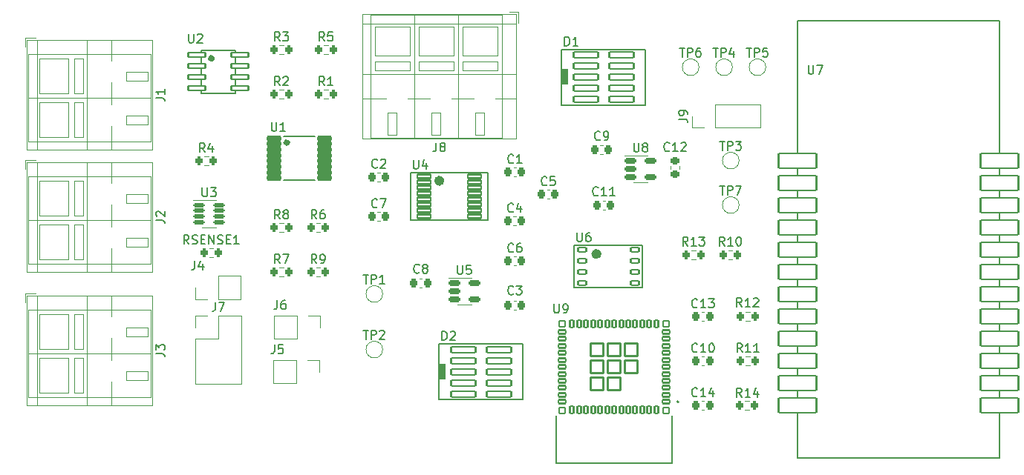
<source format=gto>
G04 #@! TF.GenerationSoftware,KiCad,Pcbnew,7.0.7*
G04 #@! TF.CreationDate,2023-10-14T20:38:56-07:00*
G04 #@! TF.ProjectId,Soil Power Sensor,536f696c-2050-46f7-9765-722053656e73,2.1.0*
G04 #@! TF.SameCoordinates,Original*
G04 #@! TF.FileFunction,Legend,Top*
G04 #@! TF.FilePolarity,Positive*
%FSLAX46Y46*%
G04 Gerber Fmt 4.6, Leading zero omitted, Abs format (unit mm)*
G04 Created by KiCad (PCBNEW 7.0.7) date 2023-10-14 20:38:56*
%MOMM*%
%LPD*%
G01*
G04 APERTURE LIST*
G04 Aperture macros list*
%AMRoundRect*
0 Rectangle with rounded corners*
0 $1 Rounding radius*
0 $2 $3 $4 $5 $6 $7 $8 $9 X,Y pos of 4 corners*
0 Add a 4 corners polygon primitive as box body*
4,1,4,$2,$3,$4,$5,$6,$7,$8,$9,$2,$3,0*
0 Add four circle primitives for the rounded corners*
1,1,$1+$1,$2,$3*
1,1,$1+$1,$4,$5*
1,1,$1+$1,$6,$7*
1,1,$1+$1,$8,$9*
0 Add four rect primitives between the rounded corners*
20,1,$1+$1,$2,$3,$4,$5,0*
20,1,$1+$1,$4,$5,$6,$7,0*
20,1,$1+$1,$6,$7,$8,$9,0*
20,1,$1+$1,$8,$9,$2,$3,0*%
G04 Aperture macros list end*
%ADD10C,0.150000*%
%ADD11C,0.120000*%
%ADD12C,0.600000*%
%ADD13C,0.127000*%
%ADD14C,0.558000*%
%ADD15C,0.152400*%
%ADD16C,0.200000*%
%ADD17R,1.700000X1.700000*%
%ADD18O,1.700000X1.700000*%
%ADD19O,3.000000X1.500000*%
%ADD20R,3.000000X1.500000*%
%ADD21RoundRect,0.152850X-0.733750X-0.153750X0.733750X-0.153750X0.733750X0.153750X-0.733750X0.153750X0*%
%ADD22RoundRect,0.125000X-0.537500X-0.125000X0.537500X-0.125000X0.537500X0.125000X-0.537500X0.125000X0*%
%ADD23RoundRect,0.101600X-0.450000X-0.250000X0.450000X-0.250000X0.450000X0.250000X-0.450000X0.250000X0*%
%ADD24RoundRect,0.101600X-0.750000X-0.225000X0.750000X-0.225000X0.750000X0.225000X-0.750000X0.225000X0*%
%ADD25RoundRect,0.101600X-2.150000X-0.825000X2.150000X-0.825000X2.150000X0.825000X-2.150000X0.825000X0*%
%ADD26RoundRect,0.150000X-0.512500X-0.150000X0.512500X-0.150000X0.512500X0.150000X-0.512500X0.150000X0*%
%ADD27R,1.500000X3.000000*%
%ADD28O,1.500000X3.000000*%
%ADD29C,1.500000*%
%ADD30RoundRect,0.200000X-0.200000X-0.275000X0.200000X-0.275000X0.200000X0.275000X-0.200000X0.275000X0*%
%ADD31RoundRect,0.225000X-0.225000X-0.250000X0.225000X-0.250000X0.225000X0.250000X-0.225000X0.250000X0*%
%ADD32RoundRect,0.225000X0.225000X0.250000X-0.225000X0.250000X-0.225000X-0.250000X0.225000X-0.250000X0*%
%ADD33RoundRect,0.200000X0.200000X0.275000X-0.200000X0.275000X-0.200000X-0.275000X0.200000X-0.275000X0*%
%ADD34RoundRect,0.101600X-0.990000X-0.265000X0.990000X-0.265000X0.990000X0.265000X-0.990000X0.265000X0*%
%ADD35RoundRect,0.101600X0.350000X0.350000X-0.350000X0.350000X-0.350000X-0.350000X0.350000X-0.350000X0*%
%ADD36RoundRect,0.101600X0.725000X0.725000X-0.725000X0.725000X-0.725000X-0.725000X0.725000X-0.725000X0*%
%ADD37RoundRect,0.101600X0.200000X0.400000X-0.200000X0.400000X-0.200000X-0.400000X0.200000X-0.400000X0*%
%ADD38RoundRect,0.101600X0.400000X0.200000X-0.400000X0.200000X-0.400000X-0.200000X0.400000X-0.200000X0*%
%ADD39RoundRect,0.101600X-1.385000X-0.325000X1.385000X-0.325000X1.385000X0.325000X-1.385000X0.325000X0*%
%ADD40RoundRect,0.225000X-0.250000X0.225000X-0.250000X-0.225000X0.250000X-0.225000X0.250000X0.225000X0*%
G04 APERTURE END LIST*
D10*
X146981666Y-79689819D02*
X146981666Y-80404104D01*
X146981666Y-80404104D02*
X146934047Y-80546961D01*
X146934047Y-80546961D02*
X146838809Y-80642200D01*
X146838809Y-80642200D02*
X146695952Y-80689819D01*
X146695952Y-80689819D02*
X146600714Y-80689819D01*
X147362619Y-79689819D02*
X148029285Y-79689819D01*
X148029285Y-79689819D02*
X147600714Y-80689819D01*
X140194819Y-56323333D02*
X140909104Y-56323333D01*
X140909104Y-56323333D02*
X141051961Y-56370952D01*
X141051961Y-56370952D02*
X141147200Y-56466190D01*
X141147200Y-56466190D02*
X141194819Y-56609047D01*
X141194819Y-56609047D02*
X141194819Y-56704285D01*
X141194819Y-55323333D02*
X141194819Y-55894761D01*
X141194819Y-55609047D02*
X140194819Y-55609047D01*
X140194819Y-55609047D02*
X140337676Y-55704285D01*
X140337676Y-55704285D02*
X140432914Y-55799523D01*
X140432914Y-55799523D02*
X140480533Y-55894761D01*
X144616555Y-74983930D02*
X144616555Y-75698215D01*
X144616555Y-75698215D02*
X144568936Y-75841072D01*
X144568936Y-75841072D02*
X144473698Y-75936311D01*
X144473698Y-75936311D02*
X144330841Y-75983930D01*
X144330841Y-75983930D02*
X144235603Y-75983930D01*
X145521317Y-75317263D02*
X145521317Y-75983930D01*
X145283222Y-74936311D02*
X145045127Y-75650596D01*
X145045127Y-75650596D02*
X145664174Y-75650596D01*
X153717666Y-84544819D02*
X153717666Y-85259104D01*
X153717666Y-85259104D02*
X153670047Y-85401961D01*
X153670047Y-85401961D02*
X153574809Y-85497200D01*
X153574809Y-85497200D02*
X153431952Y-85544819D01*
X153431952Y-85544819D02*
X153336714Y-85544819D01*
X154670047Y-84544819D02*
X154193857Y-84544819D01*
X154193857Y-84544819D02*
X154146238Y-85021009D01*
X154146238Y-85021009D02*
X154193857Y-84973390D01*
X154193857Y-84973390D02*
X154289095Y-84925771D01*
X154289095Y-84925771D02*
X154527190Y-84925771D01*
X154527190Y-84925771D02*
X154622428Y-84973390D01*
X154622428Y-84973390D02*
X154670047Y-85021009D01*
X154670047Y-85021009D02*
X154717666Y-85116247D01*
X154717666Y-85116247D02*
X154717666Y-85354342D01*
X154717666Y-85354342D02*
X154670047Y-85449580D01*
X154670047Y-85449580D02*
X154622428Y-85497200D01*
X154622428Y-85497200D02*
X154527190Y-85544819D01*
X154527190Y-85544819D02*
X154289095Y-85544819D01*
X154289095Y-85544819D02*
X154193857Y-85497200D01*
X154193857Y-85497200D02*
X154146238Y-85449580D01*
X154031666Y-79464819D02*
X154031666Y-80179104D01*
X154031666Y-80179104D02*
X153984047Y-80321961D01*
X153984047Y-80321961D02*
X153888809Y-80417200D01*
X153888809Y-80417200D02*
X153745952Y-80464819D01*
X153745952Y-80464819D02*
X153650714Y-80464819D01*
X154936428Y-79464819D02*
X154745952Y-79464819D01*
X154745952Y-79464819D02*
X154650714Y-79512438D01*
X154650714Y-79512438D02*
X154603095Y-79560057D01*
X154603095Y-79560057D02*
X154507857Y-79702914D01*
X154507857Y-79702914D02*
X154460238Y-79893390D01*
X154460238Y-79893390D02*
X154460238Y-80274342D01*
X154460238Y-80274342D02*
X154507857Y-80369580D01*
X154507857Y-80369580D02*
X154555476Y-80417200D01*
X154555476Y-80417200D02*
X154650714Y-80464819D01*
X154650714Y-80464819D02*
X154841190Y-80464819D01*
X154841190Y-80464819D02*
X154936428Y-80417200D01*
X154936428Y-80417200D02*
X154984047Y-80369580D01*
X154984047Y-80369580D02*
X155031666Y-80274342D01*
X155031666Y-80274342D02*
X155031666Y-80036247D01*
X155031666Y-80036247D02*
X154984047Y-79941009D01*
X154984047Y-79941009D02*
X154936428Y-79893390D01*
X154936428Y-79893390D02*
X154841190Y-79845771D01*
X154841190Y-79845771D02*
X154650714Y-79845771D01*
X154650714Y-79845771D02*
X154555476Y-79893390D01*
X154555476Y-79893390D02*
X154507857Y-79941009D01*
X154507857Y-79941009D02*
X154460238Y-80036247D01*
X199816819Y-58753333D02*
X200531104Y-58753333D01*
X200531104Y-58753333D02*
X200673961Y-58800952D01*
X200673961Y-58800952D02*
X200769200Y-58896190D01*
X200769200Y-58896190D02*
X200816819Y-59039047D01*
X200816819Y-59039047D02*
X200816819Y-59134285D01*
X200816819Y-58229523D02*
X200816819Y-58039047D01*
X200816819Y-58039047D02*
X200769200Y-57943809D01*
X200769200Y-57943809D02*
X200721580Y-57896190D01*
X200721580Y-57896190D02*
X200578723Y-57800952D01*
X200578723Y-57800952D02*
X200388247Y-57753333D01*
X200388247Y-57753333D02*
X200007295Y-57753333D01*
X200007295Y-57753333D02*
X199912057Y-57800952D01*
X199912057Y-57800952D02*
X199864438Y-57848571D01*
X199864438Y-57848571D02*
X199816819Y-57943809D01*
X199816819Y-57943809D02*
X199816819Y-58134285D01*
X199816819Y-58134285D02*
X199864438Y-58229523D01*
X199864438Y-58229523D02*
X199912057Y-58277142D01*
X199912057Y-58277142D02*
X200007295Y-58324761D01*
X200007295Y-58324761D02*
X200245390Y-58324761D01*
X200245390Y-58324761D02*
X200340628Y-58277142D01*
X200340628Y-58277142D02*
X200388247Y-58229523D01*
X200388247Y-58229523D02*
X200435866Y-58134285D01*
X200435866Y-58134285D02*
X200435866Y-57943809D01*
X200435866Y-57943809D02*
X200388247Y-57848571D01*
X200388247Y-57848571D02*
X200340628Y-57800952D01*
X200340628Y-57800952D02*
X200245390Y-57753333D01*
X153376779Y-59104819D02*
X153376779Y-59914342D01*
X153376779Y-59914342D02*
X153424398Y-60009580D01*
X153424398Y-60009580D02*
X153472017Y-60057200D01*
X153472017Y-60057200D02*
X153567255Y-60104819D01*
X153567255Y-60104819D02*
X153757731Y-60104819D01*
X153757731Y-60104819D02*
X153852969Y-60057200D01*
X153852969Y-60057200D02*
X153900588Y-60009580D01*
X153900588Y-60009580D02*
X153948207Y-59914342D01*
X153948207Y-59914342D02*
X153948207Y-59104819D01*
X154948207Y-60104819D02*
X154376779Y-60104819D01*
X154662493Y-60104819D02*
X154662493Y-59104819D01*
X154662493Y-59104819D02*
X154567255Y-59247676D01*
X154567255Y-59247676D02*
X154472017Y-59342914D01*
X154472017Y-59342914D02*
X154376779Y-59390533D01*
X145485595Y-66609819D02*
X145485595Y-67419342D01*
X145485595Y-67419342D02*
X145533214Y-67514580D01*
X145533214Y-67514580D02*
X145580833Y-67562200D01*
X145580833Y-67562200D02*
X145676071Y-67609819D01*
X145676071Y-67609819D02*
X145866547Y-67609819D01*
X145866547Y-67609819D02*
X145961785Y-67562200D01*
X145961785Y-67562200D02*
X146009404Y-67514580D01*
X146009404Y-67514580D02*
X146057023Y-67419342D01*
X146057023Y-67419342D02*
X146057023Y-66609819D01*
X146437976Y-66609819D02*
X147057023Y-66609819D01*
X147057023Y-66609819D02*
X146723690Y-66990771D01*
X146723690Y-66990771D02*
X146866547Y-66990771D01*
X146866547Y-66990771D02*
X146961785Y-67038390D01*
X146961785Y-67038390D02*
X147009404Y-67086009D01*
X147009404Y-67086009D02*
X147057023Y-67181247D01*
X147057023Y-67181247D02*
X147057023Y-67419342D01*
X147057023Y-67419342D02*
X147009404Y-67514580D01*
X147009404Y-67514580D02*
X146961785Y-67562200D01*
X146961785Y-67562200D02*
X146866547Y-67609819D01*
X146866547Y-67609819D02*
X146580833Y-67609819D01*
X146580833Y-67609819D02*
X146485595Y-67562200D01*
X146485595Y-67562200D02*
X146437976Y-67514580D01*
X188206779Y-71733488D02*
X188206779Y-72543011D01*
X188206779Y-72543011D02*
X188254398Y-72638249D01*
X188254398Y-72638249D02*
X188302017Y-72685869D01*
X188302017Y-72685869D02*
X188397255Y-72733488D01*
X188397255Y-72733488D02*
X188587731Y-72733488D01*
X188587731Y-72733488D02*
X188682969Y-72685869D01*
X188682969Y-72685869D02*
X188730588Y-72638249D01*
X188730588Y-72638249D02*
X188778207Y-72543011D01*
X188778207Y-72543011D02*
X188778207Y-71733488D01*
X189682969Y-71733488D02*
X189492493Y-71733488D01*
X189492493Y-71733488D02*
X189397255Y-71781107D01*
X189397255Y-71781107D02*
X189349636Y-71828726D01*
X189349636Y-71828726D02*
X189254398Y-71971583D01*
X189254398Y-71971583D02*
X189206779Y-72162059D01*
X189206779Y-72162059D02*
X189206779Y-72543011D01*
X189206779Y-72543011D02*
X189254398Y-72638249D01*
X189254398Y-72638249D02*
X189302017Y-72685869D01*
X189302017Y-72685869D02*
X189397255Y-72733488D01*
X189397255Y-72733488D02*
X189587731Y-72733488D01*
X189587731Y-72733488D02*
X189682969Y-72685869D01*
X189682969Y-72685869D02*
X189730588Y-72638249D01*
X189730588Y-72638249D02*
X189778207Y-72543011D01*
X189778207Y-72543011D02*
X189778207Y-72304916D01*
X189778207Y-72304916D02*
X189730588Y-72209678D01*
X189730588Y-72209678D02*
X189682969Y-72162059D01*
X189682969Y-72162059D02*
X189587731Y-72114440D01*
X189587731Y-72114440D02*
X189397255Y-72114440D01*
X189397255Y-72114440D02*
X189302017Y-72162059D01*
X189302017Y-72162059D02*
X189254398Y-72209678D01*
X189254398Y-72209678D02*
X189206779Y-72304916D01*
X169566779Y-63423488D02*
X169566779Y-64233011D01*
X169566779Y-64233011D02*
X169614398Y-64328249D01*
X169614398Y-64328249D02*
X169662017Y-64375869D01*
X169662017Y-64375869D02*
X169757255Y-64423488D01*
X169757255Y-64423488D02*
X169947731Y-64423488D01*
X169947731Y-64423488D02*
X170042969Y-64375869D01*
X170042969Y-64375869D02*
X170090588Y-64328249D01*
X170090588Y-64328249D02*
X170138207Y-64233011D01*
X170138207Y-64233011D02*
X170138207Y-63423488D01*
X171042969Y-63756821D02*
X171042969Y-64423488D01*
X170804874Y-63375869D02*
X170566779Y-64090154D01*
X170566779Y-64090154D02*
X171185826Y-64090154D01*
X214585779Y-52590819D02*
X214585779Y-53400342D01*
X214585779Y-53400342D02*
X214633398Y-53495580D01*
X214633398Y-53495580D02*
X214681017Y-53543200D01*
X214681017Y-53543200D02*
X214776255Y-53590819D01*
X214776255Y-53590819D02*
X214966731Y-53590819D01*
X214966731Y-53590819D02*
X215061969Y-53543200D01*
X215061969Y-53543200D02*
X215109588Y-53495580D01*
X215109588Y-53495580D02*
X215157207Y-53400342D01*
X215157207Y-53400342D02*
X215157207Y-52590819D01*
X215538160Y-52590819D02*
X216204826Y-52590819D01*
X216204826Y-52590819D02*
X215776255Y-53590819D01*
X194685595Y-61504819D02*
X194685595Y-62314342D01*
X194685595Y-62314342D02*
X194733214Y-62409580D01*
X194733214Y-62409580D02*
X194780833Y-62457200D01*
X194780833Y-62457200D02*
X194876071Y-62504819D01*
X194876071Y-62504819D02*
X195066547Y-62504819D01*
X195066547Y-62504819D02*
X195161785Y-62457200D01*
X195161785Y-62457200D02*
X195209404Y-62409580D01*
X195209404Y-62409580D02*
X195257023Y-62314342D01*
X195257023Y-62314342D02*
X195257023Y-61504819D01*
X195876071Y-61933390D02*
X195780833Y-61885771D01*
X195780833Y-61885771D02*
X195733214Y-61838152D01*
X195733214Y-61838152D02*
X195685595Y-61742914D01*
X195685595Y-61742914D02*
X195685595Y-61695295D01*
X195685595Y-61695295D02*
X195733214Y-61600057D01*
X195733214Y-61600057D02*
X195780833Y-61552438D01*
X195780833Y-61552438D02*
X195876071Y-61504819D01*
X195876071Y-61504819D02*
X196066547Y-61504819D01*
X196066547Y-61504819D02*
X196161785Y-61552438D01*
X196161785Y-61552438D02*
X196209404Y-61600057D01*
X196209404Y-61600057D02*
X196257023Y-61695295D01*
X196257023Y-61695295D02*
X196257023Y-61742914D01*
X196257023Y-61742914D02*
X196209404Y-61838152D01*
X196209404Y-61838152D02*
X196161785Y-61885771D01*
X196161785Y-61885771D02*
X196066547Y-61933390D01*
X196066547Y-61933390D02*
X195876071Y-61933390D01*
X195876071Y-61933390D02*
X195780833Y-61981009D01*
X195780833Y-61981009D02*
X195733214Y-62028628D01*
X195733214Y-62028628D02*
X195685595Y-62123866D01*
X195685595Y-62123866D02*
X195685595Y-62314342D01*
X195685595Y-62314342D02*
X195733214Y-62409580D01*
X195733214Y-62409580D02*
X195780833Y-62457200D01*
X195780833Y-62457200D02*
X195876071Y-62504819D01*
X195876071Y-62504819D02*
X196066547Y-62504819D01*
X196066547Y-62504819D02*
X196161785Y-62457200D01*
X196161785Y-62457200D02*
X196209404Y-62409580D01*
X196209404Y-62409580D02*
X196257023Y-62314342D01*
X196257023Y-62314342D02*
X196257023Y-62123866D01*
X196257023Y-62123866D02*
X196209404Y-62028628D01*
X196209404Y-62028628D02*
X196161785Y-61981009D01*
X196161785Y-61981009D02*
X196066547Y-61933390D01*
X172156666Y-61454819D02*
X172156666Y-62169104D01*
X172156666Y-62169104D02*
X172109047Y-62311961D01*
X172109047Y-62311961D02*
X172013809Y-62407200D01*
X172013809Y-62407200D02*
X171870952Y-62454819D01*
X171870952Y-62454819D02*
X171775714Y-62454819D01*
X172775714Y-61883390D02*
X172680476Y-61835771D01*
X172680476Y-61835771D02*
X172632857Y-61788152D01*
X172632857Y-61788152D02*
X172585238Y-61692914D01*
X172585238Y-61692914D02*
X172585238Y-61645295D01*
X172585238Y-61645295D02*
X172632857Y-61550057D01*
X172632857Y-61550057D02*
X172680476Y-61502438D01*
X172680476Y-61502438D02*
X172775714Y-61454819D01*
X172775714Y-61454819D02*
X172966190Y-61454819D01*
X172966190Y-61454819D02*
X173061428Y-61502438D01*
X173061428Y-61502438D02*
X173109047Y-61550057D01*
X173109047Y-61550057D02*
X173156666Y-61645295D01*
X173156666Y-61645295D02*
X173156666Y-61692914D01*
X173156666Y-61692914D02*
X173109047Y-61788152D01*
X173109047Y-61788152D02*
X173061428Y-61835771D01*
X173061428Y-61835771D02*
X172966190Y-61883390D01*
X172966190Y-61883390D02*
X172775714Y-61883390D01*
X172775714Y-61883390D02*
X172680476Y-61931009D01*
X172680476Y-61931009D02*
X172632857Y-61978628D01*
X172632857Y-61978628D02*
X172585238Y-62073866D01*
X172585238Y-62073866D02*
X172585238Y-62264342D01*
X172585238Y-62264342D02*
X172632857Y-62359580D01*
X172632857Y-62359580D02*
X172680476Y-62407200D01*
X172680476Y-62407200D02*
X172775714Y-62454819D01*
X172775714Y-62454819D02*
X172966190Y-62454819D01*
X172966190Y-62454819D02*
X173061428Y-62407200D01*
X173061428Y-62407200D02*
X173109047Y-62359580D01*
X173109047Y-62359580D02*
X173156666Y-62264342D01*
X173156666Y-62264342D02*
X173156666Y-62073866D01*
X173156666Y-62073866D02*
X173109047Y-61978628D01*
X173109047Y-61978628D02*
X173061428Y-61931009D01*
X173061428Y-61931009D02*
X172966190Y-61883390D01*
X203716095Y-50638819D02*
X204287523Y-50638819D01*
X204001809Y-51638819D02*
X204001809Y-50638819D01*
X204620857Y-51638819D02*
X204620857Y-50638819D01*
X204620857Y-50638819D02*
X205001809Y-50638819D01*
X205001809Y-50638819D02*
X205097047Y-50686438D01*
X205097047Y-50686438D02*
X205144666Y-50734057D01*
X205144666Y-50734057D02*
X205192285Y-50829295D01*
X205192285Y-50829295D02*
X205192285Y-50972152D01*
X205192285Y-50972152D02*
X205144666Y-51067390D01*
X205144666Y-51067390D02*
X205097047Y-51115009D01*
X205097047Y-51115009D02*
X205001809Y-51162628D01*
X205001809Y-51162628D02*
X204620857Y-51162628D01*
X206049428Y-50972152D02*
X206049428Y-51638819D01*
X205811333Y-50591200D02*
X205573238Y-51305485D01*
X205573238Y-51305485D02*
X206192285Y-51305485D01*
X159408333Y-54904819D02*
X159075000Y-54428628D01*
X158836905Y-54904819D02*
X158836905Y-53904819D01*
X158836905Y-53904819D02*
X159217857Y-53904819D01*
X159217857Y-53904819D02*
X159313095Y-53952438D01*
X159313095Y-53952438D02*
X159360714Y-54000057D01*
X159360714Y-54000057D02*
X159408333Y-54095295D01*
X159408333Y-54095295D02*
X159408333Y-54238152D01*
X159408333Y-54238152D02*
X159360714Y-54333390D01*
X159360714Y-54333390D02*
X159313095Y-54381009D01*
X159313095Y-54381009D02*
X159217857Y-54428628D01*
X159217857Y-54428628D02*
X158836905Y-54428628D01*
X160360714Y-54904819D02*
X159789286Y-54904819D01*
X160075000Y-54904819D02*
X160075000Y-53904819D01*
X160075000Y-53904819D02*
X159979762Y-54047676D01*
X159979762Y-54047676D02*
X159884524Y-54142914D01*
X159884524Y-54142914D02*
X159789286Y-54190533D01*
X140194819Y-85533333D02*
X140909104Y-85533333D01*
X140909104Y-85533333D02*
X141051961Y-85580952D01*
X141051961Y-85580952D02*
X141147200Y-85676190D01*
X141147200Y-85676190D02*
X141194819Y-85819047D01*
X141194819Y-85819047D02*
X141194819Y-85914285D01*
X140194819Y-85152380D02*
X140194819Y-84533333D01*
X140194819Y-84533333D02*
X140575771Y-84866666D01*
X140575771Y-84866666D02*
X140575771Y-84723809D01*
X140575771Y-84723809D02*
X140623390Y-84628571D01*
X140623390Y-84628571D02*
X140671009Y-84580952D01*
X140671009Y-84580952D02*
X140766247Y-84533333D01*
X140766247Y-84533333D02*
X141004342Y-84533333D01*
X141004342Y-84533333D02*
X141099580Y-84580952D01*
X141099580Y-84580952D02*
X141147200Y-84628571D01*
X141147200Y-84628571D02*
X141194819Y-84723809D01*
X141194819Y-84723809D02*
X141194819Y-85009523D01*
X141194819Y-85009523D02*
X141147200Y-85104761D01*
X141147200Y-85104761D02*
X141099580Y-85152380D01*
X180948333Y-63699580D02*
X180900714Y-63747200D01*
X180900714Y-63747200D02*
X180757857Y-63794819D01*
X180757857Y-63794819D02*
X180662619Y-63794819D01*
X180662619Y-63794819D02*
X180519762Y-63747200D01*
X180519762Y-63747200D02*
X180424524Y-63651961D01*
X180424524Y-63651961D02*
X180376905Y-63556723D01*
X180376905Y-63556723D02*
X180329286Y-63366247D01*
X180329286Y-63366247D02*
X180329286Y-63223390D01*
X180329286Y-63223390D02*
X180376905Y-63032914D01*
X180376905Y-63032914D02*
X180424524Y-62937676D01*
X180424524Y-62937676D02*
X180519762Y-62842438D01*
X180519762Y-62842438D02*
X180662619Y-62794819D01*
X180662619Y-62794819D02*
X180757857Y-62794819D01*
X180757857Y-62794819D02*
X180900714Y-62842438D01*
X180900714Y-62842438D02*
X180948333Y-62890057D01*
X181900714Y-63794819D02*
X181329286Y-63794819D01*
X181615000Y-63794819D02*
X181615000Y-62794819D01*
X181615000Y-62794819D02*
X181519762Y-62937676D01*
X181519762Y-62937676D02*
X181424524Y-63032914D01*
X181424524Y-63032914D02*
X181329286Y-63080533D01*
X190841333Y-61065580D02*
X190793714Y-61113200D01*
X190793714Y-61113200D02*
X190650857Y-61160819D01*
X190650857Y-61160819D02*
X190555619Y-61160819D01*
X190555619Y-61160819D02*
X190412762Y-61113200D01*
X190412762Y-61113200D02*
X190317524Y-61017961D01*
X190317524Y-61017961D02*
X190269905Y-60922723D01*
X190269905Y-60922723D02*
X190222286Y-60732247D01*
X190222286Y-60732247D02*
X190222286Y-60589390D01*
X190222286Y-60589390D02*
X190269905Y-60398914D01*
X190269905Y-60398914D02*
X190317524Y-60303676D01*
X190317524Y-60303676D02*
X190412762Y-60208438D01*
X190412762Y-60208438D02*
X190555619Y-60160819D01*
X190555619Y-60160819D02*
X190650857Y-60160819D01*
X190650857Y-60160819D02*
X190793714Y-60208438D01*
X190793714Y-60208438D02*
X190841333Y-60256057D01*
X191317524Y-61160819D02*
X191508000Y-61160819D01*
X191508000Y-61160819D02*
X191603238Y-61113200D01*
X191603238Y-61113200D02*
X191650857Y-61065580D01*
X191650857Y-61065580D02*
X191746095Y-60922723D01*
X191746095Y-60922723D02*
X191793714Y-60732247D01*
X191793714Y-60732247D02*
X191793714Y-60351295D01*
X191793714Y-60351295D02*
X191746095Y-60256057D01*
X191746095Y-60256057D02*
X191698476Y-60208438D01*
X191698476Y-60208438D02*
X191603238Y-60160819D01*
X191603238Y-60160819D02*
X191412762Y-60160819D01*
X191412762Y-60160819D02*
X191317524Y-60208438D01*
X191317524Y-60208438D02*
X191269905Y-60256057D01*
X191269905Y-60256057D02*
X191222286Y-60351295D01*
X191222286Y-60351295D02*
X191222286Y-60589390D01*
X191222286Y-60589390D02*
X191269905Y-60684628D01*
X191269905Y-60684628D02*
X191317524Y-60732247D01*
X191317524Y-60732247D02*
X191412762Y-60779866D01*
X191412762Y-60779866D02*
X191603238Y-60779866D01*
X191603238Y-60779866D02*
X191698476Y-60732247D01*
X191698476Y-60732247D02*
X191746095Y-60684628D01*
X191746095Y-60684628D02*
X191793714Y-60589390D01*
X190619142Y-67415580D02*
X190571523Y-67463200D01*
X190571523Y-67463200D02*
X190428666Y-67510819D01*
X190428666Y-67510819D02*
X190333428Y-67510819D01*
X190333428Y-67510819D02*
X190190571Y-67463200D01*
X190190571Y-67463200D02*
X190095333Y-67367961D01*
X190095333Y-67367961D02*
X190047714Y-67272723D01*
X190047714Y-67272723D02*
X190000095Y-67082247D01*
X190000095Y-67082247D02*
X190000095Y-66939390D01*
X190000095Y-66939390D02*
X190047714Y-66748914D01*
X190047714Y-66748914D02*
X190095333Y-66653676D01*
X190095333Y-66653676D02*
X190190571Y-66558438D01*
X190190571Y-66558438D02*
X190333428Y-66510819D01*
X190333428Y-66510819D02*
X190428666Y-66510819D01*
X190428666Y-66510819D02*
X190571523Y-66558438D01*
X190571523Y-66558438D02*
X190619142Y-66606057D01*
X191571523Y-67510819D02*
X191000095Y-67510819D01*
X191285809Y-67510819D02*
X191285809Y-66510819D01*
X191285809Y-66510819D02*
X191190571Y-66653676D01*
X191190571Y-66653676D02*
X191095333Y-66748914D01*
X191095333Y-66748914D02*
X191000095Y-66796533D01*
X192523904Y-67510819D02*
X191952476Y-67510819D01*
X192238190Y-67510819D02*
X192238190Y-66510819D01*
X192238190Y-66510819D02*
X192142952Y-66653676D01*
X192142952Y-66653676D02*
X192047714Y-66748914D01*
X192047714Y-66748914D02*
X191952476Y-66796533D01*
X165441333Y-64240580D02*
X165393714Y-64288200D01*
X165393714Y-64288200D02*
X165250857Y-64335819D01*
X165250857Y-64335819D02*
X165155619Y-64335819D01*
X165155619Y-64335819D02*
X165012762Y-64288200D01*
X165012762Y-64288200D02*
X164917524Y-64192961D01*
X164917524Y-64192961D02*
X164869905Y-64097723D01*
X164869905Y-64097723D02*
X164822286Y-63907247D01*
X164822286Y-63907247D02*
X164822286Y-63764390D01*
X164822286Y-63764390D02*
X164869905Y-63573914D01*
X164869905Y-63573914D02*
X164917524Y-63478676D01*
X164917524Y-63478676D02*
X165012762Y-63383438D01*
X165012762Y-63383438D02*
X165155619Y-63335819D01*
X165155619Y-63335819D02*
X165250857Y-63335819D01*
X165250857Y-63335819D02*
X165393714Y-63383438D01*
X165393714Y-63383438D02*
X165441333Y-63431057D01*
X165822286Y-63431057D02*
X165869905Y-63383438D01*
X165869905Y-63383438D02*
X165965143Y-63335819D01*
X165965143Y-63335819D02*
X166203238Y-63335819D01*
X166203238Y-63335819D02*
X166298476Y-63383438D01*
X166298476Y-63383438D02*
X166346095Y-63431057D01*
X166346095Y-63431057D02*
X166393714Y-63526295D01*
X166393714Y-63526295D02*
X166393714Y-63621533D01*
X166393714Y-63621533D02*
X166346095Y-63764390D01*
X166346095Y-63764390D02*
X165774667Y-64335819D01*
X165774667Y-64335819D02*
X166393714Y-64335819D01*
X158518333Y-75224819D02*
X158185000Y-74748628D01*
X157946905Y-75224819D02*
X157946905Y-74224819D01*
X157946905Y-74224819D02*
X158327857Y-74224819D01*
X158327857Y-74224819D02*
X158423095Y-74272438D01*
X158423095Y-74272438D02*
X158470714Y-74320057D01*
X158470714Y-74320057D02*
X158518333Y-74415295D01*
X158518333Y-74415295D02*
X158518333Y-74558152D01*
X158518333Y-74558152D02*
X158470714Y-74653390D01*
X158470714Y-74653390D02*
X158423095Y-74701009D01*
X158423095Y-74701009D02*
X158327857Y-74748628D01*
X158327857Y-74748628D02*
X157946905Y-74748628D01*
X158994524Y-75224819D02*
X159185000Y-75224819D01*
X159185000Y-75224819D02*
X159280238Y-75177200D01*
X159280238Y-75177200D02*
X159327857Y-75129580D01*
X159327857Y-75129580D02*
X159423095Y-74986723D01*
X159423095Y-74986723D02*
X159470714Y-74796247D01*
X159470714Y-74796247D02*
X159470714Y-74415295D01*
X159470714Y-74415295D02*
X159423095Y-74320057D01*
X159423095Y-74320057D02*
X159375476Y-74272438D01*
X159375476Y-74272438D02*
X159280238Y-74224819D01*
X159280238Y-74224819D02*
X159089762Y-74224819D01*
X159089762Y-74224819D02*
X158994524Y-74272438D01*
X158994524Y-74272438D02*
X158946905Y-74320057D01*
X158946905Y-74320057D02*
X158899286Y-74415295D01*
X158899286Y-74415295D02*
X158899286Y-74653390D01*
X158899286Y-74653390D02*
X158946905Y-74748628D01*
X158946905Y-74748628D02*
X158994524Y-74796247D01*
X158994524Y-74796247D02*
X159089762Y-74843866D01*
X159089762Y-74843866D02*
X159280238Y-74843866D01*
X159280238Y-74843866D02*
X159375476Y-74796247D01*
X159375476Y-74796247D02*
X159423095Y-74748628D01*
X159423095Y-74748628D02*
X159470714Y-74653390D01*
X180935333Y-69287580D02*
X180887714Y-69335200D01*
X180887714Y-69335200D02*
X180744857Y-69382819D01*
X180744857Y-69382819D02*
X180649619Y-69382819D01*
X180649619Y-69382819D02*
X180506762Y-69335200D01*
X180506762Y-69335200D02*
X180411524Y-69239961D01*
X180411524Y-69239961D02*
X180363905Y-69144723D01*
X180363905Y-69144723D02*
X180316286Y-68954247D01*
X180316286Y-68954247D02*
X180316286Y-68811390D01*
X180316286Y-68811390D02*
X180363905Y-68620914D01*
X180363905Y-68620914D02*
X180411524Y-68525676D01*
X180411524Y-68525676D02*
X180506762Y-68430438D01*
X180506762Y-68430438D02*
X180649619Y-68382819D01*
X180649619Y-68382819D02*
X180744857Y-68382819D01*
X180744857Y-68382819D02*
X180887714Y-68430438D01*
X180887714Y-68430438D02*
X180935333Y-68478057D01*
X181792476Y-68716152D02*
X181792476Y-69382819D01*
X181554381Y-68335200D02*
X181316286Y-69049485D01*
X181316286Y-69049485D02*
X181935333Y-69049485D01*
X163838095Y-82896819D02*
X164409523Y-82896819D01*
X164123809Y-83896819D02*
X164123809Y-82896819D01*
X164742857Y-83896819D02*
X164742857Y-82896819D01*
X164742857Y-82896819D02*
X165123809Y-82896819D01*
X165123809Y-82896819D02*
X165219047Y-82944438D01*
X165219047Y-82944438D02*
X165266666Y-82992057D01*
X165266666Y-82992057D02*
X165314285Y-83087295D01*
X165314285Y-83087295D02*
X165314285Y-83230152D01*
X165314285Y-83230152D02*
X165266666Y-83325390D01*
X165266666Y-83325390D02*
X165219047Y-83373009D01*
X165219047Y-83373009D02*
X165123809Y-83420628D01*
X165123809Y-83420628D02*
X164742857Y-83420628D01*
X165695238Y-82992057D02*
X165742857Y-82944438D01*
X165742857Y-82944438D02*
X165838095Y-82896819D01*
X165838095Y-82896819D02*
X166076190Y-82896819D01*
X166076190Y-82896819D02*
X166171428Y-82944438D01*
X166171428Y-82944438D02*
X166219047Y-82992057D01*
X166219047Y-82992057D02*
X166266666Y-83087295D01*
X166266666Y-83087295D02*
X166266666Y-83182533D01*
X166266666Y-83182533D02*
X166219047Y-83325390D01*
X166219047Y-83325390D02*
X165647619Y-83896819D01*
X165647619Y-83896819D02*
X166266666Y-83896819D01*
X204478095Y-61306819D02*
X205049523Y-61306819D01*
X204763809Y-62306819D02*
X204763809Y-61306819D01*
X205382857Y-62306819D02*
X205382857Y-61306819D01*
X205382857Y-61306819D02*
X205763809Y-61306819D01*
X205763809Y-61306819D02*
X205859047Y-61354438D01*
X205859047Y-61354438D02*
X205906666Y-61402057D01*
X205906666Y-61402057D02*
X205954285Y-61497295D01*
X205954285Y-61497295D02*
X205954285Y-61640152D01*
X205954285Y-61640152D02*
X205906666Y-61735390D01*
X205906666Y-61735390D02*
X205859047Y-61783009D01*
X205859047Y-61783009D02*
X205763809Y-61830628D01*
X205763809Y-61830628D02*
X205382857Y-61830628D01*
X206287619Y-61306819D02*
X206906666Y-61306819D01*
X206906666Y-61306819D02*
X206573333Y-61687771D01*
X206573333Y-61687771D02*
X206716190Y-61687771D01*
X206716190Y-61687771D02*
X206811428Y-61735390D01*
X206811428Y-61735390D02*
X206859047Y-61783009D01*
X206859047Y-61783009D02*
X206906666Y-61878247D01*
X206906666Y-61878247D02*
X206906666Y-62116342D01*
X206906666Y-62116342D02*
X206859047Y-62211580D01*
X206859047Y-62211580D02*
X206811428Y-62259200D01*
X206811428Y-62259200D02*
X206716190Y-62306819D01*
X206716190Y-62306819D02*
X206430476Y-62306819D01*
X206430476Y-62306819D02*
X206335238Y-62259200D01*
X206335238Y-62259200D02*
X206287619Y-62211580D01*
X207002142Y-80210819D02*
X206668809Y-79734628D01*
X206430714Y-80210819D02*
X206430714Y-79210819D01*
X206430714Y-79210819D02*
X206811666Y-79210819D01*
X206811666Y-79210819D02*
X206906904Y-79258438D01*
X206906904Y-79258438D02*
X206954523Y-79306057D01*
X206954523Y-79306057D02*
X207002142Y-79401295D01*
X207002142Y-79401295D02*
X207002142Y-79544152D01*
X207002142Y-79544152D02*
X206954523Y-79639390D01*
X206954523Y-79639390D02*
X206906904Y-79687009D01*
X206906904Y-79687009D02*
X206811666Y-79734628D01*
X206811666Y-79734628D02*
X206430714Y-79734628D01*
X207954523Y-80210819D02*
X207383095Y-80210819D01*
X207668809Y-80210819D02*
X207668809Y-79210819D01*
X207668809Y-79210819D02*
X207573571Y-79353676D01*
X207573571Y-79353676D02*
X207478333Y-79448914D01*
X207478333Y-79448914D02*
X207383095Y-79496533D01*
X208335476Y-79306057D02*
X208383095Y-79258438D01*
X208383095Y-79258438D02*
X208478333Y-79210819D01*
X208478333Y-79210819D02*
X208716428Y-79210819D01*
X208716428Y-79210819D02*
X208811666Y-79258438D01*
X208811666Y-79258438D02*
X208859285Y-79306057D01*
X208859285Y-79306057D02*
X208906904Y-79401295D01*
X208906904Y-79401295D02*
X208906904Y-79496533D01*
X208906904Y-79496533D02*
X208859285Y-79639390D01*
X208859285Y-79639390D02*
X208287857Y-80210819D01*
X208287857Y-80210819D02*
X208906904Y-80210819D01*
X143921779Y-49034819D02*
X143921779Y-49844342D01*
X143921779Y-49844342D02*
X143969398Y-49939580D01*
X143969398Y-49939580D02*
X144017017Y-49987200D01*
X144017017Y-49987200D02*
X144112255Y-50034819D01*
X144112255Y-50034819D02*
X144302731Y-50034819D01*
X144302731Y-50034819D02*
X144397969Y-49987200D01*
X144397969Y-49987200D02*
X144445588Y-49939580D01*
X144445588Y-49939580D02*
X144493207Y-49844342D01*
X144493207Y-49844342D02*
X144493207Y-49034819D01*
X144921779Y-49130057D02*
X144969398Y-49082438D01*
X144969398Y-49082438D02*
X145064636Y-49034819D01*
X145064636Y-49034819D02*
X145302731Y-49034819D01*
X145302731Y-49034819D02*
X145397969Y-49082438D01*
X145397969Y-49082438D02*
X145445588Y-49130057D01*
X145445588Y-49130057D02*
X145493207Y-49225295D01*
X145493207Y-49225295D02*
X145493207Y-49320533D01*
X145493207Y-49320533D02*
X145445588Y-49463390D01*
X145445588Y-49463390D02*
X144874160Y-50034819D01*
X144874160Y-50034819D02*
X145493207Y-50034819D01*
X154328333Y-70144819D02*
X153995000Y-69668628D01*
X153756905Y-70144819D02*
X153756905Y-69144819D01*
X153756905Y-69144819D02*
X154137857Y-69144819D01*
X154137857Y-69144819D02*
X154233095Y-69192438D01*
X154233095Y-69192438D02*
X154280714Y-69240057D01*
X154280714Y-69240057D02*
X154328333Y-69335295D01*
X154328333Y-69335295D02*
X154328333Y-69478152D01*
X154328333Y-69478152D02*
X154280714Y-69573390D01*
X154280714Y-69573390D02*
X154233095Y-69621009D01*
X154233095Y-69621009D02*
X154137857Y-69668628D01*
X154137857Y-69668628D02*
X153756905Y-69668628D01*
X154899762Y-69573390D02*
X154804524Y-69525771D01*
X154804524Y-69525771D02*
X154756905Y-69478152D01*
X154756905Y-69478152D02*
X154709286Y-69382914D01*
X154709286Y-69382914D02*
X154709286Y-69335295D01*
X154709286Y-69335295D02*
X154756905Y-69240057D01*
X154756905Y-69240057D02*
X154804524Y-69192438D01*
X154804524Y-69192438D02*
X154899762Y-69144819D01*
X154899762Y-69144819D02*
X155090238Y-69144819D01*
X155090238Y-69144819D02*
X155185476Y-69192438D01*
X155185476Y-69192438D02*
X155233095Y-69240057D01*
X155233095Y-69240057D02*
X155280714Y-69335295D01*
X155280714Y-69335295D02*
X155280714Y-69382914D01*
X155280714Y-69382914D02*
X155233095Y-69478152D01*
X155233095Y-69478152D02*
X155185476Y-69525771D01*
X155185476Y-69525771D02*
X155090238Y-69573390D01*
X155090238Y-69573390D02*
X154899762Y-69573390D01*
X154899762Y-69573390D02*
X154804524Y-69621009D01*
X154804524Y-69621009D02*
X154756905Y-69668628D01*
X154756905Y-69668628D02*
X154709286Y-69763866D01*
X154709286Y-69763866D02*
X154709286Y-69954342D01*
X154709286Y-69954342D02*
X154756905Y-70049580D01*
X154756905Y-70049580D02*
X154804524Y-70097200D01*
X154804524Y-70097200D02*
X154899762Y-70144819D01*
X154899762Y-70144819D02*
X155090238Y-70144819D01*
X155090238Y-70144819D02*
X155185476Y-70097200D01*
X155185476Y-70097200D02*
X155233095Y-70049580D01*
X155233095Y-70049580D02*
X155280714Y-69954342D01*
X155280714Y-69954342D02*
X155280714Y-69763866D01*
X155280714Y-69763866D02*
X155233095Y-69668628D01*
X155233095Y-69668628D02*
X155185476Y-69621009D01*
X155185476Y-69621009D02*
X155090238Y-69573390D01*
X180948333Y-78718580D02*
X180900714Y-78766200D01*
X180900714Y-78766200D02*
X180757857Y-78813819D01*
X180757857Y-78813819D02*
X180662619Y-78813819D01*
X180662619Y-78813819D02*
X180519762Y-78766200D01*
X180519762Y-78766200D02*
X180424524Y-78670961D01*
X180424524Y-78670961D02*
X180376905Y-78575723D01*
X180376905Y-78575723D02*
X180329286Y-78385247D01*
X180329286Y-78385247D02*
X180329286Y-78242390D01*
X180329286Y-78242390D02*
X180376905Y-78051914D01*
X180376905Y-78051914D02*
X180424524Y-77956676D01*
X180424524Y-77956676D02*
X180519762Y-77861438D01*
X180519762Y-77861438D02*
X180662619Y-77813819D01*
X180662619Y-77813819D02*
X180757857Y-77813819D01*
X180757857Y-77813819D02*
X180900714Y-77861438D01*
X180900714Y-77861438D02*
X180948333Y-77909057D01*
X181281667Y-77813819D02*
X181900714Y-77813819D01*
X181900714Y-77813819D02*
X181567381Y-78194771D01*
X181567381Y-78194771D02*
X181710238Y-78194771D01*
X181710238Y-78194771D02*
X181805476Y-78242390D01*
X181805476Y-78242390D02*
X181853095Y-78290009D01*
X181853095Y-78290009D02*
X181900714Y-78385247D01*
X181900714Y-78385247D02*
X181900714Y-78623342D01*
X181900714Y-78623342D02*
X181853095Y-78718580D01*
X181853095Y-78718580D02*
X181805476Y-78766200D01*
X181805476Y-78766200D02*
X181710238Y-78813819D01*
X181710238Y-78813819D02*
X181424524Y-78813819D01*
X181424524Y-78813819D02*
X181329286Y-78766200D01*
X181329286Y-78766200D02*
X181281667Y-78718580D01*
X145768333Y-62524819D02*
X145435000Y-62048628D01*
X145196905Y-62524819D02*
X145196905Y-61524819D01*
X145196905Y-61524819D02*
X145577857Y-61524819D01*
X145577857Y-61524819D02*
X145673095Y-61572438D01*
X145673095Y-61572438D02*
X145720714Y-61620057D01*
X145720714Y-61620057D02*
X145768333Y-61715295D01*
X145768333Y-61715295D02*
X145768333Y-61858152D01*
X145768333Y-61858152D02*
X145720714Y-61953390D01*
X145720714Y-61953390D02*
X145673095Y-62001009D01*
X145673095Y-62001009D02*
X145577857Y-62048628D01*
X145577857Y-62048628D02*
X145196905Y-62048628D01*
X146625476Y-61858152D02*
X146625476Y-62524819D01*
X146387381Y-61477200D02*
X146149286Y-62191485D01*
X146149286Y-62191485D02*
X146768333Y-62191485D01*
X163838095Y-76546819D02*
X164409523Y-76546819D01*
X164123809Y-77546819D02*
X164123809Y-76546819D01*
X164742857Y-77546819D02*
X164742857Y-76546819D01*
X164742857Y-76546819D02*
X165123809Y-76546819D01*
X165123809Y-76546819D02*
X165219047Y-76594438D01*
X165219047Y-76594438D02*
X165266666Y-76642057D01*
X165266666Y-76642057D02*
X165314285Y-76737295D01*
X165314285Y-76737295D02*
X165314285Y-76880152D01*
X165314285Y-76880152D02*
X165266666Y-76975390D01*
X165266666Y-76975390D02*
X165219047Y-77023009D01*
X165219047Y-77023009D02*
X165123809Y-77070628D01*
X165123809Y-77070628D02*
X164742857Y-77070628D01*
X166266666Y-77546819D02*
X165695238Y-77546819D01*
X165980952Y-77546819D02*
X165980952Y-76546819D01*
X165980952Y-76546819D02*
X165885714Y-76689676D01*
X165885714Y-76689676D02*
X165790476Y-76784914D01*
X165790476Y-76784914D02*
X165695238Y-76832533D01*
X207002142Y-90497819D02*
X206668809Y-90021628D01*
X206430714Y-90497819D02*
X206430714Y-89497819D01*
X206430714Y-89497819D02*
X206811666Y-89497819D01*
X206811666Y-89497819D02*
X206906904Y-89545438D01*
X206906904Y-89545438D02*
X206954523Y-89593057D01*
X206954523Y-89593057D02*
X207002142Y-89688295D01*
X207002142Y-89688295D02*
X207002142Y-89831152D01*
X207002142Y-89831152D02*
X206954523Y-89926390D01*
X206954523Y-89926390D02*
X206906904Y-89974009D01*
X206906904Y-89974009D02*
X206811666Y-90021628D01*
X206811666Y-90021628D02*
X206430714Y-90021628D01*
X207954523Y-90497819D02*
X207383095Y-90497819D01*
X207668809Y-90497819D02*
X207668809Y-89497819D01*
X207668809Y-89497819D02*
X207573571Y-89640676D01*
X207573571Y-89640676D02*
X207478333Y-89735914D01*
X207478333Y-89735914D02*
X207383095Y-89783533D01*
X208811666Y-89831152D02*
X208811666Y-90497819D01*
X208573571Y-89450200D02*
X208335476Y-90164485D01*
X208335476Y-90164485D02*
X208954523Y-90164485D01*
X184758333Y-66239580D02*
X184710714Y-66287200D01*
X184710714Y-66287200D02*
X184567857Y-66334819D01*
X184567857Y-66334819D02*
X184472619Y-66334819D01*
X184472619Y-66334819D02*
X184329762Y-66287200D01*
X184329762Y-66287200D02*
X184234524Y-66191961D01*
X184234524Y-66191961D02*
X184186905Y-66096723D01*
X184186905Y-66096723D02*
X184139286Y-65906247D01*
X184139286Y-65906247D02*
X184139286Y-65763390D01*
X184139286Y-65763390D02*
X184186905Y-65572914D01*
X184186905Y-65572914D02*
X184234524Y-65477676D01*
X184234524Y-65477676D02*
X184329762Y-65382438D01*
X184329762Y-65382438D02*
X184472619Y-65334819D01*
X184472619Y-65334819D02*
X184567857Y-65334819D01*
X184567857Y-65334819D02*
X184710714Y-65382438D01*
X184710714Y-65382438D02*
X184758333Y-65430057D01*
X185663095Y-65334819D02*
X185186905Y-65334819D01*
X185186905Y-65334819D02*
X185139286Y-65811009D01*
X185139286Y-65811009D02*
X185186905Y-65763390D01*
X185186905Y-65763390D02*
X185282143Y-65715771D01*
X185282143Y-65715771D02*
X185520238Y-65715771D01*
X185520238Y-65715771D02*
X185615476Y-65763390D01*
X185615476Y-65763390D02*
X185663095Y-65811009D01*
X185663095Y-65811009D02*
X185710714Y-65906247D01*
X185710714Y-65906247D02*
X185710714Y-66144342D01*
X185710714Y-66144342D02*
X185663095Y-66239580D01*
X185663095Y-66239580D02*
X185615476Y-66287200D01*
X185615476Y-66287200D02*
X185520238Y-66334819D01*
X185520238Y-66334819D02*
X185282143Y-66334819D01*
X185282143Y-66334819D02*
X185186905Y-66287200D01*
X185186905Y-66287200D02*
X185139286Y-66239580D01*
X180948333Y-73859580D02*
X180900714Y-73907200D01*
X180900714Y-73907200D02*
X180757857Y-73954819D01*
X180757857Y-73954819D02*
X180662619Y-73954819D01*
X180662619Y-73954819D02*
X180519762Y-73907200D01*
X180519762Y-73907200D02*
X180424524Y-73811961D01*
X180424524Y-73811961D02*
X180376905Y-73716723D01*
X180376905Y-73716723D02*
X180329286Y-73526247D01*
X180329286Y-73526247D02*
X180329286Y-73383390D01*
X180329286Y-73383390D02*
X180376905Y-73192914D01*
X180376905Y-73192914D02*
X180424524Y-73097676D01*
X180424524Y-73097676D02*
X180519762Y-73002438D01*
X180519762Y-73002438D02*
X180662619Y-72954819D01*
X180662619Y-72954819D02*
X180757857Y-72954819D01*
X180757857Y-72954819D02*
X180900714Y-73002438D01*
X180900714Y-73002438D02*
X180948333Y-73050057D01*
X181805476Y-72954819D02*
X181615000Y-72954819D01*
X181615000Y-72954819D02*
X181519762Y-73002438D01*
X181519762Y-73002438D02*
X181472143Y-73050057D01*
X181472143Y-73050057D02*
X181376905Y-73192914D01*
X181376905Y-73192914D02*
X181329286Y-73383390D01*
X181329286Y-73383390D02*
X181329286Y-73764342D01*
X181329286Y-73764342D02*
X181376905Y-73859580D01*
X181376905Y-73859580D02*
X181424524Y-73907200D01*
X181424524Y-73907200D02*
X181519762Y-73954819D01*
X181519762Y-73954819D02*
X181710238Y-73954819D01*
X181710238Y-73954819D02*
X181805476Y-73907200D01*
X181805476Y-73907200D02*
X181853095Y-73859580D01*
X181853095Y-73859580D02*
X181900714Y-73764342D01*
X181900714Y-73764342D02*
X181900714Y-73526247D01*
X181900714Y-73526247D02*
X181853095Y-73431009D01*
X181853095Y-73431009D02*
X181805476Y-73383390D01*
X181805476Y-73383390D02*
X181710238Y-73335771D01*
X181710238Y-73335771D02*
X181519762Y-73335771D01*
X181519762Y-73335771D02*
X181424524Y-73383390D01*
X181424524Y-73383390D02*
X181376905Y-73431009D01*
X181376905Y-73431009D02*
X181329286Y-73526247D01*
X165428333Y-68779580D02*
X165380714Y-68827200D01*
X165380714Y-68827200D02*
X165237857Y-68874819D01*
X165237857Y-68874819D02*
X165142619Y-68874819D01*
X165142619Y-68874819D02*
X164999762Y-68827200D01*
X164999762Y-68827200D02*
X164904524Y-68731961D01*
X164904524Y-68731961D02*
X164856905Y-68636723D01*
X164856905Y-68636723D02*
X164809286Y-68446247D01*
X164809286Y-68446247D02*
X164809286Y-68303390D01*
X164809286Y-68303390D02*
X164856905Y-68112914D01*
X164856905Y-68112914D02*
X164904524Y-68017676D01*
X164904524Y-68017676D02*
X164999762Y-67922438D01*
X164999762Y-67922438D02*
X165142619Y-67874819D01*
X165142619Y-67874819D02*
X165237857Y-67874819D01*
X165237857Y-67874819D02*
X165380714Y-67922438D01*
X165380714Y-67922438D02*
X165428333Y-67970057D01*
X165761667Y-67874819D02*
X166428333Y-67874819D01*
X166428333Y-67874819D02*
X165999762Y-68874819D01*
X174580595Y-75474819D02*
X174580595Y-76284342D01*
X174580595Y-76284342D02*
X174628214Y-76379580D01*
X174628214Y-76379580D02*
X174675833Y-76427200D01*
X174675833Y-76427200D02*
X174771071Y-76474819D01*
X174771071Y-76474819D02*
X174961547Y-76474819D01*
X174961547Y-76474819D02*
X175056785Y-76427200D01*
X175056785Y-76427200D02*
X175104404Y-76379580D01*
X175104404Y-76379580D02*
X175152023Y-76284342D01*
X175152023Y-76284342D02*
X175152023Y-75474819D01*
X176104404Y-75474819D02*
X175628214Y-75474819D01*
X175628214Y-75474819D02*
X175580595Y-75951009D01*
X175580595Y-75951009D02*
X175628214Y-75903390D01*
X175628214Y-75903390D02*
X175723452Y-75855771D01*
X175723452Y-75855771D02*
X175961547Y-75855771D01*
X175961547Y-75855771D02*
X176056785Y-75903390D01*
X176056785Y-75903390D02*
X176104404Y-75951009D01*
X176104404Y-75951009D02*
X176152023Y-76046247D01*
X176152023Y-76046247D02*
X176152023Y-76284342D01*
X176152023Y-76284342D02*
X176104404Y-76379580D01*
X176104404Y-76379580D02*
X176056785Y-76427200D01*
X176056785Y-76427200D02*
X175961547Y-76474819D01*
X175961547Y-76474819D02*
X175723452Y-76474819D01*
X175723452Y-76474819D02*
X175628214Y-76427200D01*
X175628214Y-76427200D02*
X175580595Y-76379580D01*
X170228333Y-76254780D02*
X170180714Y-76302400D01*
X170180714Y-76302400D02*
X170037857Y-76350019D01*
X170037857Y-76350019D02*
X169942619Y-76350019D01*
X169942619Y-76350019D02*
X169799762Y-76302400D01*
X169799762Y-76302400D02*
X169704524Y-76207161D01*
X169704524Y-76207161D02*
X169656905Y-76111923D01*
X169656905Y-76111923D02*
X169609286Y-75921447D01*
X169609286Y-75921447D02*
X169609286Y-75778590D01*
X169609286Y-75778590D02*
X169656905Y-75588114D01*
X169656905Y-75588114D02*
X169704524Y-75492876D01*
X169704524Y-75492876D02*
X169799762Y-75397638D01*
X169799762Y-75397638D02*
X169942619Y-75350019D01*
X169942619Y-75350019D02*
X170037857Y-75350019D01*
X170037857Y-75350019D02*
X170180714Y-75397638D01*
X170180714Y-75397638D02*
X170228333Y-75445257D01*
X170799762Y-75778590D02*
X170704524Y-75730971D01*
X170704524Y-75730971D02*
X170656905Y-75683352D01*
X170656905Y-75683352D02*
X170609286Y-75588114D01*
X170609286Y-75588114D02*
X170609286Y-75540495D01*
X170609286Y-75540495D02*
X170656905Y-75445257D01*
X170656905Y-75445257D02*
X170704524Y-75397638D01*
X170704524Y-75397638D02*
X170799762Y-75350019D01*
X170799762Y-75350019D02*
X170990238Y-75350019D01*
X170990238Y-75350019D02*
X171085476Y-75397638D01*
X171085476Y-75397638D02*
X171133095Y-75445257D01*
X171133095Y-75445257D02*
X171180714Y-75540495D01*
X171180714Y-75540495D02*
X171180714Y-75588114D01*
X171180714Y-75588114D02*
X171133095Y-75683352D01*
X171133095Y-75683352D02*
X171085476Y-75730971D01*
X171085476Y-75730971D02*
X170990238Y-75778590D01*
X170990238Y-75778590D02*
X170799762Y-75778590D01*
X170799762Y-75778590D02*
X170704524Y-75826209D01*
X170704524Y-75826209D02*
X170656905Y-75873828D01*
X170656905Y-75873828D02*
X170609286Y-75969066D01*
X170609286Y-75969066D02*
X170609286Y-76159542D01*
X170609286Y-76159542D02*
X170656905Y-76254780D01*
X170656905Y-76254780D02*
X170704524Y-76302400D01*
X170704524Y-76302400D02*
X170799762Y-76350019D01*
X170799762Y-76350019D02*
X170990238Y-76350019D01*
X170990238Y-76350019D02*
X171085476Y-76302400D01*
X171085476Y-76302400D02*
X171133095Y-76254780D01*
X171133095Y-76254780D02*
X171180714Y-76159542D01*
X171180714Y-76159542D02*
X171180714Y-75969066D01*
X171180714Y-75969066D02*
X171133095Y-75873828D01*
X171133095Y-75873828D02*
X171085476Y-75826209D01*
X171085476Y-75826209D02*
X170990238Y-75778590D01*
X201922142Y-90369580D02*
X201874523Y-90417200D01*
X201874523Y-90417200D02*
X201731666Y-90464819D01*
X201731666Y-90464819D02*
X201636428Y-90464819D01*
X201636428Y-90464819D02*
X201493571Y-90417200D01*
X201493571Y-90417200D02*
X201398333Y-90321961D01*
X201398333Y-90321961D02*
X201350714Y-90226723D01*
X201350714Y-90226723D02*
X201303095Y-90036247D01*
X201303095Y-90036247D02*
X201303095Y-89893390D01*
X201303095Y-89893390D02*
X201350714Y-89702914D01*
X201350714Y-89702914D02*
X201398333Y-89607676D01*
X201398333Y-89607676D02*
X201493571Y-89512438D01*
X201493571Y-89512438D02*
X201636428Y-89464819D01*
X201636428Y-89464819D02*
X201731666Y-89464819D01*
X201731666Y-89464819D02*
X201874523Y-89512438D01*
X201874523Y-89512438D02*
X201922142Y-89560057D01*
X202874523Y-90464819D02*
X202303095Y-90464819D01*
X202588809Y-90464819D02*
X202588809Y-89464819D01*
X202588809Y-89464819D02*
X202493571Y-89607676D01*
X202493571Y-89607676D02*
X202398333Y-89702914D01*
X202398333Y-89702914D02*
X202303095Y-89750533D01*
X203731666Y-89798152D02*
X203731666Y-90464819D01*
X203493571Y-89417200D02*
X203255476Y-90131485D01*
X203255476Y-90131485D02*
X203874523Y-90131485D01*
X201922142Y-85289580D02*
X201874523Y-85337200D01*
X201874523Y-85337200D02*
X201731666Y-85384819D01*
X201731666Y-85384819D02*
X201636428Y-85384819D01*
X201636428Y-85384819D02*
X201493571Y-85337200D01*
X201493571Y-85337200D02*
X201398333Y-85241961D01*
X201398333Y-85241961D02*
X201350714Y-85146723D01*
X201350714Y-85146723D02*
X201303095Y-84956247D01*
X201303095Y-84956247D02*
X201303095Y-84813390D01*
X201303095Y-84813390D02*
X201350714Y-84622914D01*
X201350714Y-84622914D02*
X201398333Y-84527676D01*
X201398333Y-84527676D02*
X201493571Y-84432438D01*
X201493571Y-84432438D02*
X201636428Y-84384819D01*
X201636428Y-84384819D02*
X201731666Y-84384819D01*
X201731666Y-84384819D02*
X201874523Y-84432438D01*
X201874523Y-84432438D02*
X201922142Y-84480057D01*
X202874523Y-85384819D02*
X202303095Y-85384819D01*
X202588809Y-85384819D02*
X202588809Y-84384819D01*
X202588809Y-84384819D02*
X202493571Y-84527676D01*
X202493571Y-84527676D02*
X202398333Y-84622914D01*
X202398333Y-84622914D02*
X202303095Y-84670533D01*
X203493571Y-84384819D02*
X203588809Y-84384819D01*
X203588809Y-84384819D02*
X203684047Y-84432438D01*
X203684047Y-84432438D02*
X203731666Y-84480057D01*
X203731666Y-84480057D02*
X203779285Y-84575295D01*
X203779285Y-84575295D02*
X203826904Y-84765771D01*
X203826904Y-84765771D02*
X203826904Y-85003866D01*
X203826904Y-85003866D02*
X203779285Y-85194342D01*
X203779285Y-85194342D02*
X203731666Y-85289580D01*
X203731666Y-85289580D02*
X203684047Y-85337200D01*
X203684047Y-85337200D02*
X203588809Y-85384819D01*
X203588809Y-85384819D02*
X203493571Y-85384819D01*
X203493571Y-85384819D02*
X203398333Y-85337200D01*
X203398333Y-85337200D02*
X203350714Y-85289580D01*
X203350714Y-85289580D02*
X203303095Y-85194342D01*
X203303095Y-85194342D02*
X203255476Y-85003866D01*
X203255476Y-85003866D02*
X203255476Y-84765771D01*
X203255476Y-84765771D02*
X203303095Y-84575295D01*
X203303095Y-84575295D02*
X203350714Y-84480057D01*
X203350714Y-84480057D02*
X203398333Y-84432438D01*
X203398333Y-84432438D02*
X203493571Y-84384819D01*
X185591411Y-79895819D02*
X185591411Y-80705342D01*
X185591411Y-80705342D02*
X185639030Y-80800580D01*
X185639030Y-80800580D02*
X185686649Y-80848200D01*
X185686649Y-80848200D02*
X185781887Y-80895819D01*
X185781887Y-80895819D02*
X185972363Y-80895819D01*
X185972363Y-80895819D02*
X186067601Y-80848200D01*
X186067601Y-80848200D02*
X186115220Y-80800580D01*
X186115220Y-80800580D02*
X186162839Y-80705342D01*
X186162839Y-80705342D02*
X186162839Y-79895819D01*
X186686649Y-80895819D02*
X186877125Y-80895819D01*
X186877125Y-80895819D02*
X186972363Y-80848200D01*
X186972363Y-80848200D02*
X187019982Y-80800580D01*
X187019982Y-80800580D02*
X187115220Y-80657723D01*
X187115220Y-80657723D02*
X187162839Y-80467247D01*
X187162839Y-80467247D02*
X187162839Y-80086295D01*
X187162839Y-80086295D02*
X187115220Y-79991057D01*
X187115220Y-79991057D02*
X187067601Y-79943438D01*
X187067601Y-79943438D02*
X186972363Y-79895819D01*
X186972363Y-79895819D02*
X186781887Y-79895819D01*
X186781887Y-79895819D02*
X186686649Y-79943438D01*
X186686649Y-79943438D02*
X186639030Y-79991057D01*
X186639030Y-79991057D02*
X186591411Y-80086295D01*
X186591411Y-80086295D02*
X186591411Y-80324390D01*
X186591411Y-80324390D02*
X186639030Y-80419628D01*
X186639030Y-80419628D02*
X186686649Y-80467247D01*
X186686649Y-80467247D02*
X186781887Y-80514866D01*
X186781887Y-80514866D02*
X186972363Y-80514866D01*
X186972363Y-80514866D02*
X187067601Y-80467247D01*
X187067601Y-80467247D02*
X187115220Y-80419628D01*
X187115220Y-80419628D02*
X187162839Y-80324390D01*
X205032142Y-73225819D02*
X204698809Y-72749628D01*
X204460714Y-73225819D02*
X204460714Y-72225819D01*
X204460714Y-72225819D02*
X204841666Y-72225819D01*
X204841666Y-72225819D02*
X204936904Y-72273438D01*
X204936904Y-72273438D02*
X204984523Y-72321057D01*
X204984523Y-72321057D02*
X205032142Y-72416295D01*
X205032142Y-72416295D02*
X205032142Y-72559152D01*
X205032142Y-72559152D02*
X204984523Y-72654390D01*
X204984523Y-72654390D02*
X204936904Y-72702009D01*
X204936904Y-72702009D02*
X204841666Y-72749628D01*
X204841666Y-72749628D02*
X204460714Y-72749628D01*
X205984523Y-73225819D02*
X205413095Y-73225819D01*
X205698809Y-73225819D02*
X205698809Y-72225819D01*
X205698809Y-72225819D02*
X205603571Y-72368676D01*
X205603571Y-72368676D02*
X205508333Y-72463914D01*
X205508333Y-72463914D02*
X205413095Y-72511533D01*
X206603571Y-72225819D02*
X206698809Y-72225819D01*
X206698809Y-72225819D02*
X206794047Y-72273438D01*
X206794047Y-72273438D02*
X206841666Y-72321057D01*
X206841666Y-72321057D02*
X206889285Y-72416295D01*
X206889285Y-72416295D02*
X206936904Y-72606771D01*
X206936904Y-72606771D02*
X206936904Y-72844866D01*
X206936904Y-72844866D02*
X206889285Y-73035342D01*
X206889285Y-73035342D02*
X206841666Y-73130580D01*
X206841666Y-73130580D02*
X206794047Y-73178200D01*
X206794047Y-73178200D02*
X206698809Y-73225819D01*
X206698809Y-73225819D02*
X206603571Y-73225819D01*
X206603571Y-73225819D02*
X206508333Y-73178200D01*
X206508333Y-73178200D02*
X206460714Y-73130580D01*
X206460714Y-73130580D02*
X206413095Y-73035342D01*
X206413095Y-73035342D02*
X206365476Y-72844866D01*
X206365476Y-72844866D02*
X206365476Y-72606771D01*
X206365476Y-72606771D02*
X206413095Y-72416295D01*
X206413095Y-72416295D02*
X206460714Y-72321057D01*
X206460714Y-72321057D02*
X206508333Y-72273438D01*
X206508333Y-72273438D02*
X206603571Y-72225819D01*
X204478095Y-66386819D02*
X205049523Y-66386819D01*
X204763809Y-67386819D02*
X204763809Y-66386819D01*
X205382857Y-67386819D02*
X205382857Y-66386819D01*
X205382857Y-66386819D02*
X205763809Y-66386819D01*
X205763809Y-66386819D02*
X205859047Y-66434438D01*
X205859047Y-66434438D02*
X205906666Y-66482057D01*
X205906666Y-66482057D02*
X205954285Y-66577295D01*
X205954285Y-66577295D02*
X205954285Y-66720152D01*
X205954285Y-66720152D02*
X205906666Y-66815390D01*
X205906666Y-66815390D02*
X205859047Y-66863009D01*
X205859047Y-66863009D02*
X205763809Y-66910628D01*
X205763809Y-66910628D02*
X205382857Y-66910628D01*
X206287619Y-66386819D02*
X206954285Y-66386819D01*
X206954285Y-66386819D02*
X206525714Y-67386819D01*
X140194819Y-70293333D02*
X140909104Y-70293333D01*
X140909104Y-70293333D02*
X141051961Y-70340952D01*
X141051961Y-70340952D02*
X141147200Y-70436190D01*
X141147200Y-70436190D02*
X141194819Y-70579047D01*
X141194819Y-70579047D02*
X141194819Y-70674285D01*
X140290057Y-69864761D02*
X140242438Y-69817142D01*
X140242438Y-69817142D02*
X140194819Y-69721904D01*
X140194819Y-69721904D02*
X140194819Y-69483809D01*
X140194819Y-69483809D02*
X140242438Y-69388571D01*
X140242438Y-69388571D02*
X140290057Y-69340952D01*
X140290057Y-69340952D02*
X140385295Y-69293333D01*
X140385295Y-69293333D02*
X140480533Y-69293333D01*
X140480533Y-69293333D02*
X140623390Y-69340952D01*
X140623390Y-69340952D02*
X141194819Y-69912380D01*
X141194819Y-69912380D02*
X141194819Y-69293333D01*
X154328333Y-49824819D02*
X153995000Y-49348628D01*
X153756905Y-49824819D02*
X153756905Y-48824819D01*
X153756905Y-48824819D02*
X154137857Y-48824819D01*
X154137857Y-48824819D02*
X154233095Y-48872438D01*
X154233095Y-48872438D02*
X154280714Y-48920057D01*
X154280714Y-48920057D02*
X154328333Y-49015295D01*
X154328333Y-49015295D02*
X154328333Y-49158152D01*
X154328333Y-49158152D02*
X154280714Y-49253390D01*
X154280714Y-49253390D02*
X154233095Y-49301009D01*
X154233095Y-49301009D02*
X154137857Y-49348628D01*
X154137857Y-49348628D02*
X153756905Y-49348628D01*
X154661667Y-48824819D02*
X155280714Y-48824819D01*
X155280714Y-48824819D02*
X154947381Y-49205771D01*
X154947381Y-49205771D02*
X155090238Y-49205771D01*
X155090238Y-49205771D02*
X155185476Y-49253390D01*
X155185476Y-49253390D02*
X155233095Y-49301009D01*
X155233095Y-49301009D02*
X155280714Y-49396247D01*
X155280714Y-49396247D02*
X155280714Y-49634342D01*
X155280714Y-49634342D02*
X155233095Y-49729580D01*
X155233095Y-49729580D02*
X155185476Y-49777200D01*
X155185476Y-49777200D02*
X155090238Y-49824819D01*
X155090238Y-49824819D02*
X154804524Y-49824819D01*
X154804524Y-49824819D02*
X154709286Y-49777200D01*
X154709286Y-49777200D02*
X154661667Y-49729580D01*
X186796779Y-50358488D02*
X186796779Y-49358488D01*
X186796779Y-49358488D02*
X187034874Y-49358488D01*
X187034874Y-49358488D02*
X187177731Y-49406107D01*
X187177731Y-49406107D02*
X187272969Y-49501345D01*
X187272969Y-49501345D02*
X187320588Y-49596583D01*
X187320588Y-49596583D02*
X187368207Y-49787059D01*
X187368207Y-49787059D02*
X187368207Y-49929916D01*
X187368207Y-49929916D02*
X187320588Y-50120392D01*
X187320588Y-50120392D02*
X187272969Y-50215630D01*
X187272969Y-50215630D02*
X187177731Y-50310869D01*
X187177731Y-50310869D02*
X187034874Y-50358488D01*
X187034874Y-50358488D02*
X186796779Y-50358488D01*
X188320588Y-50358488D02*
X187749160Y-50358488D01*
X188034874Y-50358488D02*
X188034874Y-49358488D01*
X188034874Y-49358488D02*
X187939636Y-49501345D01*
X187939636Y-49501345D02*
X187844398Y-49596583D01*
X187844398Y-49596583D02*
X187749160Y-49644202D01*
X154328333Y-54904819D02*
X153995000Y-54428628D01*
X153756905Y-54904819D02*
X153756905Y-53904819D01*
X153756905Y-53904819D02*
X154137857Y-53904819D01*
X154137857Y-53904819D02*
X154233095Y-53952438D01*
X154233095Y-53952438D02*
X154280714Y-54000057D01*
X154280714Y-54000057D02*
X154328333Y-54095295D01*
X154328333Y-54095295D02*
X154328333Y-54238152D01*
X154328333Y-54238152D02*
X154280714Y-54333390D01*
X154280714Y-54333390D02*
X154233095Y-54381009D01*
X154233095Y-54381009D02*
X154137857Y-54428628D01*
X154137857Y-54428628D02*
X153756905Y-54428628D01*
X154709286Y-54000057D02*
X154756905Y-53952438D01*
X154756905Y-53952438D02*
X154852143Y-53904819D01*
X154852143Y-53904819D02*
X155090238Y-53904819D01*
X155090238Y-53904819D02*
X155185476Y-53952438D01*
X155185476Y-53952438D02*
X155233095Y-54000057D01*
X155233095Y-54000057D02*
X155280714Y-54095295D01*
X155280714Y-54095295D02*
X155280714Y-54190533D01*
X155280714Y-54190533D02*
X155233095Y-54333390D01*
X155233095Y-54333390D02*
X154661667Y-54904819D01*
X154661667Y-54904819D02*
X155280714Y-54904819D01*
X207052142Y-85384819D02*
X206718809Y-84908628D01*
X206480714Y-85384819D02*
X206480714Y-84384819D01*
X206480714Y-84384819D02*
X206861666Y-84384819D01*
X206861666Y-84384819D02*
X206956904Y-84432438D01*
X206956904Y-84432438D02*
X207004523Y-84480057D01*
X207004523Y-84480057D02*
X207052142Y-84575295D01*
X207052142Y-84575295D02*
X207052142Y-84718152D01*
X207052142Y-84718152D02*
X207004523Y-84813390D01*
X207004523Y-84813390D02*
X206956904Y-84861009D01*
X206956904Y-84861009D02*
X206861666Y-84908628D01*
X206861666Y-84908628D02*
X206480714Y-84908628D01*
X208004523Y-85384819D02*
X207433095Y-85384819D01*
X207718809Y-85384819D02*
X207718809Y-84384819D01*
X207718809Y-84384819D02*
X207623571Y-84527676D01*
X207623571Y-84527676D02*
X207528333Y-84622914D01*
X207528333Y-84622914D02*
X207433095Y-84670533D01*
X208956904Y-85384819D02*
X208385476Y-85384819D01*
X208671190Y-85384819D02*
X208671190Y-84384819D01*
X208671190Y-84384819D02*
X208575952Y-84527676D01*
X208575952Y-84527676D02*
X208480714Y-84622914D01*
X208480714Y-84622914D02*
X208385476Y-84670533D01*
X207526095Y-50638819D02*
X208097523Y-50638819D01*
X207811809Y-51638819D02*
X207811809Y-50638819D01*
X208430857Y-51638819D02*
X208430857Y-50638819D01*
X208430857Y-50638819D02*
X208811809Y-50638819D01*
X208811809Y-50638819D02*
X208907047Y-50686438D01*
X208907047Y-50686438D02*
X208954666Y-50734057D01*
X208954666Y-50734057D02*
X209002285Y-50829295D01*
X209002285Y-50829295D02*
X209002285Y-50972152D01*
X209002285Y-50972152D02*
X208954666Y-51067390D01*
X208954666Y-51067390D02*
X208907047Y-51115009D01*
X208907047Y-51115009D02*
X208811809Y-51162628D01*
X208811809Y-51162628D02*
X208430857Y-51162628D01*
X209907047Y-50638819D02*
X209430857Y-50638819D01*
X209430857Y-50638819D02*
X209383238Y-51115009D01*
X209383238Y-51115009D02*
X209430857Y-51067390D01*
X209430857Y-51067390D02*
X209526095Y-51019771D01*
X209526095Y-51019771D02*
X209764190Y-51019771D01*
X209764190Y-51019771D02*
X209859428Y-51067390D01*
X209859428Y-51067390D02*
X209907047Y-51115009D01*
X209907047Y-51115009D02*
X209954666Y-51210247D01*
X209954666Y-51210247D02*
X209954666Y-51448342D01*
X209954666Y-51448342D02*
X209907047Y-51543580D01*
X209907047Y-51543580D02*
X209859428Y-51591200D01*
X209859428Y-51591200D02*
X209764190Y-51638819D01*
X209764190Y-51638819D02*
X209526095Y-51638819D01*
X209526095Y-51638819D02*
X209430857Y-51591200D01*
X209430857Y-51591200D02*
X209383238Y-51543580D01*
X198747142Y-62335580D02*
X198699523Y-62383200D01*
X198699523Y-62383200D02*
X198556666Y-62430819D01*
X198556666Y-62430819D02*
X198461428Y-62430819D01*
X198461428Y-62430819D02*
X198318571Y-62383200D01*
X198318571Y-62383200D02*
X198223333Y-62287961D01*
X198223333Y-62287961D02*
X198175714Y-62192723D01*
X198175714Y-62192723D02*
X198128095Y-62002247D01*
X198128095Y-62002247D02*
X198128095Y-61859390D01*
X198128095Y-61859390D02*
X198175714Y-61668914D01*
X198175714Y-61668914D02*
X198223333Y-61573676D01*
X198223333Y-61573676D02*
X198318571Y-61478438D01*
X198318571Y-61478438D02*
X198461428Y-61430819D01*
X198461428Y-61430819D02*
X198556666Y-61430819D01*
X198556666Y-61430819D02*
X198699523Y-61478438D01*
X198699523Y-61478438D02*
X198747142Y-61526057D01*
X199699523Y-62430819D02*
X199128095Y-62430819D01*
X199413809Y-62430819D02*
X199413809Y-61430819D01*
X199413809Y-61430819D02*
X199318571Y-61573676D01*
X199318571Y-61573676D02*
X199223333Y-61668914D01*
X199223333Y-61668914D02*
X199128095Y-61716533D01*
X200080476Y-61526057D02*
X200128095Y-61478438D01*
X200128095Y-61478438D02*
X200223333Y-61430819D01*
X200223333Y-61430819D02*
X200461428Y-61430819D01*
X200461428Y-61430819D02*
X200556666Y-61478438D01*
X200556666Y-61478438D02*
X200604285Y-61526057D01*
X200604285Y-61526057D02*
X200651904Y-61621295D01*
X200651904Y-61621295D02*
X200651904Y-61716533D01*
X200651904Y-61716533D02*
X200604285Y-61859390D01*
X200604285Y-61859390D02*
X200032857Y-62430819D01*
X200032857Y-62430819D02*
X200651904Y-62430819D01*
X199906095Y-50638819D02*
X200477523Y-50638819D01*
X200191809Y-51638819D02*
X200191809Y-50638819D01*
X200810857Y-51638819D02*
X200810857Y-50638819D01*
X200810857Y-50638819D02*
X201191809Y-50638819D01*
X201191809Y-50638819D02*
X201287047Y-50686438D01*
X201287047Y-50686438D02*
X201334666Y-50734057D01*
X201334666Y-50734057D02*
X201382285Y-50829295D01*
X201382285Y-50829295D02*
X201382285Y-50972152D01*
X201382285Y-50972152D02*
X201334666Y-51067390D01*
X201334666Y-51067390D02*
X201287047Y-51115009D01*
X201287047Y-51115009D02*
X201191809Y-51162628D01*
X201191809Y-51162628D02*
X200810857Y-51162628D01*
X202239428Y-50638819D02*
X202048952Y-50638819D01*
X202048952Y-50638819D02*
X201953714Y-50686438D01*
X201953714Y-50686438D02*
X201906095Y-50734057D01*
X201906095Y-50734057D02*
X201810857Y-50876914D01*
X201810857Y-50876914D02*
X201763238Y-51067390D01*
X201763238Y-51067390D02*
X201763238Y-51448342D01*
X201763238Y-51448342D02*
X201810857Y-51543580D01*
X201810857Y-51543580D02*
X201858476Y-51591200D01*
X201858476Y-51591200D02*
X201953714Y-51638819D01*
X201953714Y-51638819D02*
X202144190Y-51638819D01*
X202144190Y-51638819D02*
X202239428Y-51591200D01*
X202239428Y-51591200D02*
X202287047Y-51543580D01*
X202287047Y-51543580D02*
X202334666Y-51448342D01*
X202334666Y-51448342D02*
X202334666Y-51210247D01*
X202334666Y-51210247D02*
X202287047Y-51115009D01*
X202287047Y-51115009D02*
X202239428Y-51067390D01*
X202239428Y-51067390D02*
X202144190Y-51019771D01*
X202144190Y-51019771D02*
X201953714Y-51019771D01*
X201953714Y-51019771D02*
X201858476Y-51067390D01*
X201858476Y-51067390D02*
X201810857Y-51115009D01*
X201810857Y-51115009D02*
X201763238Y-51210247D01*
X172826779Y-84013488D02*
X172826779Y-83013488D01*
X172826779Y-83013488D02*
X173064874Y-83013488D01*
X173064874Y-83013488D02*
X173207731Y-83061107D01*
X173207731Y-83061107D02*
X173302969Y-83156345D01*
X173302969Y-83156345D02*
X173350588Y-83251583D01*
X173350588Y-83251583D02*
X173398207Y-83442059D01*
X173398207Y-83442059D02*
X173398207Y-83584916D01*
X173398207Y-83584916D02*
X173350588Y-83775392D01*
X173350588Y-83775392D02*
X173302969Y-83870630D01*
X173302969Y-83870630D02*
X173207731Y-83965869D01*
X173207731Y-83965869D02*
X173064874Y-84013488D01*
X173064874Y-84013488D02*
X172826779Y-84013488D01*
X173779160Y-83108726D02*
X173826779Y-83061107D01*
X173826779Y-83061107D02*
X173922017Y-83013488D01*
X173922017Y-83013488D02*
X174160112Y-83013488D01*
X174160112Y-83013488D02*
X174255350Y-83061107D01*
X174255350Y-83061107D02*
X174302969Y-83108726D01*
X174302969Y-83108726D02*
X174350588Y-83203964D01*
X174350588Y-83203964D02*
X174350588Y-83299202D01*
X174350588Y-83299202D02*
X174302969Y-83442059D01*
X174302969Y-83442059D02*
X173731541Y-84013488D01*
X173731541Y-84013488D02*
X174350588Y-84013488D01*
X154328333Y-75224819D02*
X153995000Y-74748628D01*
X153756905Y-75224819D02*
X153756905Y-74224819D01*
X153756905Y-74224819D02*
X154137857Y-74224819D01*
X154137857Y-74224819D02*
X154233095Y-74272438D01*
X154233095Y-74272438D02*
X154280714Y-74320057D01*
X154280714Y-74320057D02*
X154328333Y-74415295D01*
X154328333Y-74415295D02*
X154328333Y-74558152D01*
X154328333Y-74558152D02*
X154280714Y-74653390D01*
X154280714Y-74653390D02*
X154233095Y-74701009D01*
X154233095Y-74701009D02*
X154137857Y-74748628D01*
X154137857Y-74748628D02*
X153756905Y-74748628D01*
X154661667Y-74224819D02*
X155328333Y-74224819D01*
X155328333Y-74224819D02*
X154899762Y-75224819D01*
X143947380Y-73024819D02*
X143614047Y-72548628D01*
X143375952Y-73024819D02*
X143375952Y-72024819D01*
X143375952Y-72024819D02*
X143756904Y-72024819D01*
X143756904Y-72024819D02*
X143852142Y-72072438D01*
X143852142Y-72072438D02*
X143899761Y-72120057D01*
X143899761Y-72120057D02*
X143947380Y-72215295D01*
X143947380Y-72215295D02*
X143947380Y-72358152D01*
X143947380Y-72358152D02*
X143899761Y-72453390D01*
X143899761Y-72453390D02*
X143852142Y-72501009D01*
X143852142Y-72501009D02*
X143756904Y-72548628D01*
X143756904Y-72548628D02*
X143375952Y-72548628D01*
X144328333Y-72977200D02*
X144471190Y-73024819D01*
X144471190Y-73024819D02*
X144709285Y-73024819D01*
X144709285Y-73024819D02*
X144804523Y-72977200D01*
X144804523Y-72977200D02*
X144852142Y-72929580D01*
X144852142Y-72929580D02*
X144899761Y-72834342D01*
X144899761Y-72834342D02*
X144899761Y-72739104D01*
X144899761Y-72739104D02*
X144852142Y-72643866D01*
X144852142Y-72643866D02*
X144804523Y-72596247D01*
X144804523Y-72596247D02*
X144709285Y-72548628D01*
X144709285Y-72548628D02*
X144518809Y-72501009D01*
X144518809Y-72501009D02*
X144423571Y-72453390D01*
X144423571Y-72453390D02*
X144375952Y-72405771D01*
X144375952Y-72405771D02*
X144328333Y-72310533D01*
X144328333Y-72310533D02*
X144328333Y-72215295D01*
X144328333Y-72215295D02*
X144375952Y-72120057D01*
X144375952Y-72120057D02*
X144423571Y-72072438D01*
X144423571Y-72072438D02*
X144518809Y-72024819D01*
X144518809Y-72024819D02*
X144756904Y-72024819D01*
X144756904Y-72024819D02*
X144899761Y-72072438D01*
X145328333Y-72501009D02*
X145661666Y-72501009D01*
X145804523Y-73024819D02*
X145328333Y-73024819D01*
X145328333Y-73024819D02*
X145328333Y-72024819D01*
X145328333Y-72024819D02*
X145804523Y-72024819D01*
X146233095Y-73024819D02*
X146233095Y-72024819D01*
X146233095Y-72024819D02*
X146804523Y-73024819D01*
X146804523Y-73024819D02*
X146804523Y-72024819D01*
X147233095Y-72977200D02*
X147375952Y-73024819D01*
X147375952Y-73024819D02*
X147614047Y-73024819D01*
X147614047Y-73024819D02*
X147709285Y-72977200D01*
X147709285Y-72977200D02*
X147756904Y-72929580D01*
X147756904Y-72929580D02*
X147804523Y-72834342D01*
X147804523Y-72834342D02*
X147804523Y-72739104D01*
X147804523Y-72739104D02*
X147756904Y-72643866D01*
X147756904Y-72643866D02*
X147709285Y-72596247D01*
X147709285Y-72596247D02*
X147614047Y-72548628D01*
X147614047Y-72548628D02*
X147423571Y-72501009D01*
X147423571Y-72501009D02*
X147328333Y-72453390D01*
X147328333Y-72453390D02*
X147280714Y-72405771D01*
X147280714Y-72405771D02*
X147233095Y-72310533D01*
X147233095Y-72310533D02*
X147233095Y-72215295D01*
X147233095Y-72215295D02*
X147280714Y-72120057D01*
X147280714Y-72120057D02*
X147328333Y-72072438D01*
X147328333Y-72072438D02*
X147423571Y-72024819D01*
X147423571Y-72024819D02*
X147661666Y-72024819D01*
X147661666Y-72024819D02*
X147804523Y-72072438D01*
X148233095Y-72501009D02*
X148566428Y-72501009D01*
X148709285Y-73024819D02*
X148233095Y-73024819D01*
X148233095Y-73024819D02*
X148233095Y-72024819D01*
X148233095Y-72024819D02*
X148709285Y-72024819D01*
X149661666Y-73024819D02*
X149090238Y-73024819D01*
X149375952Y-73024819D02*
X149375952Y-72024819D01*
X149375952Y-72024819D02*
X149280714Y-72167676D01*
X149280714Y-72167676D02*
X149185476Y-72262914D01*
X149185476Y-72262914D02*
X149090238Y-72310533D01*
X201922142Y-80209580D02*
X201874523Y-80257200D01*
X201874523Y-80257200D02*
X201731666Y-80304819D01*
X201731666Y-80304819D02*
X201636428Y-80304819D01*
X201636428Y-80304819D02*
X201493571Y-80257200D01*
X201493571Y-80257200D02*
X201398333Y-80161961D01*
X201398333Y-80161961D02*
X201350714Y-80066723D01*
X201350714Y-80066723D02*
X201303095Y-79876247D01*
X201303095Y-79876247D02*
X201303095Y-79733390D01*
X201303095Y-79733390D02*
X201350714Y-79542914D01*
X201350714Y-79542914D02*
X201398333Y-79447676D01*
X201398333Y-79447676D02*
X201493571Y-79352438D01*
X201493571Y-79352438D02*
X201636428Y-79304819D01*
X201636428Y-79304819D02*
X201731666Y-79304819D01*
X201731666Y-79304819D02*
X201874523Y-79352438D01*
X201874523Y-79352438D02*
X201922142Y-79400057D01*
X202874523Y-80304819D02*
X202303095Y-80304819D01*
X202588809Y-80304819D02*
X202588809Y-79304819D01*
X202588809Y-79304819D02*
X202493571Y-79447676D01*
X202493571Y-79447676D02*
X202398333Y-79542914D01*
X202398333Y-79542914D02*
X202303095Y-79590533D01*
X203207857Y-79304819D02*
X203826904Y-79304819D01*
X203826904Y-79304819D02*
X203493571Y-79685771D01*
X203493571Y-79685771D02*
X203636428Y-79685771D01*
X203636428Y-79685771D02*
X203731666Y-79733390D01*
X203731666Y-79733390D02*
X203779285Y-79781009D01*
X203779285Y-79781009D02*
X203826904Y-79876247D01*
X203826904Y-79876247D02*
X203826904Y-80114342D01*
X203826904Y-80114342D02*
X203779285Y-80209580D01*
X203779285Y-80209580D02*
X203731666Y-80257200D01*
X203731666Y-80257200D02*
X203636428Y-80304819D01*
X203636428Y-80304819D02*
X203350714Y-80304819D01*
X203350714Y-80304819D02*
X203255476Y-80257200D01*
X203255476Y-80257200D02*
X203207857Y-80209580D01*
X158518333Y-70144819D02*
X158185000Y-69668628D01*
X157946905Y-70144819D02*
X157946905Y-69144819D01*
X157946905Y-69144819D02*
X158327857Y-69144819D01*
X158327857Y-69144819D02*
X158423095Y-69192438D01*
X158423095Y-69192438D02*
X158470714Y-69240057D01*
X158470714Y-69240057D02*
X158518333Y-69335295D01*
X158518333Y-69335295D02*
X158518333Y-69478152D01*
X158518333Y-69478152D02*
X158470714Y-69573390D01*
X158470714Y-69573390D02*
X158423095Y-69621009D01*
X158423095Y-69621009D02*
X158327857Y-69668628D01*
X158327857Y-69668628D02*
X157946905Y-69668628D01*
X159375476Y-69144819D02*
X159185000Y-69144819D01*
X159185000Y-69144819D02*
X159089762Y-69192438D01*
X159089762Y-69192438D02*
X159042143Y-69240057D01*
X159042143Y-69240057D02*
X158946905Y-69382914D01*
X158946905Y-69382914D02*
X158899286Y-69573390D01*
X158899286Y-69573390D02*
X158899286Y-69954342D01*
X158899286Y-69954342D02*
X158946905Y-70049580D01*
X158946905Y-70049580D02*
X158994524Y-70097200D01*
X158994524Y-70097200D02*
X159089762Y-70144819D01*
X159089762Y-70144819D02*
X159280238Y-70144819D01*
X159280238Y-70144819D02*
X159375476Y-70097200D01*
X159375476Y-70097200D02*
X159423095Y-70049580D01*
X159423095Y-70049580D02*
X159470714Y-69954342D01*
X159470714Y-69954342D02*
X159470714Y-69716247D01*
X159470714Y-69716247D02*
X159423095Y-69621009D01*
X159423095Y-69621009D02*
X159375476Y-69573390D01*
X159375476Y-69573390D02*
X159280238Y-69525771D01*
X159280238Y-69525771D02*
X159089762Y-69525771D01*
X159089762Y-69525771D02*
X158994524Y-69573390D01*
X158994524Y-69573390D02*
X158946905Y-69621009D01*
X158946905Y-69621009D02*
X158899286Y-69716247D01*
X159408333Y-49824819D02*
X159075000Y-49348628D01*
X158836905Y-49824819D02*
X158836905Y-48824819D01*
X158836905Y-48824819D02*
X159217857Y-48824819D01*
X159217857Y-48824819D02*
X159313095Y-48872438D01*
X159313095Y-48872438D02*
X159360714Y-48920057D01*
X159360714Y-48920057D02*
X159408333Y-49015295D01*
X159408333Y-49015295D02*
X159408333Y-49158152D01*
X159408333Y-49158152D02*
X159360714Y-49253390D01*
X159360714Y-49253390D02*
X159313095Y-49301009D01*
X159313095Y-49301009D02*
X159217857Y-49348628D01*
X159217857Y-49348628D02*
X158836905Y-49348628D01*
X160313095Y-48824819D02*
X159836905Y-48824819D01*
X159836905Y-48824819D02*
X159789286Y-49301009D01*
X159789286Y-49301009D02*
X159836905Y-49253390D01*
X159836905Y-49253390D02*
X159932143Y-49205771D01*
X159932143Y-49205771D02*
X160170238Y-49205771D01*
X160170238Y-49205771D02*
X160265476Y-49253390D01*
X160265476Y-49253390D02*
X160313095Y-49301009D01*
X160313095Y-49301009D02*
X160360714Y-49396247D01*
X160360714Y-49396247D02*
X160360714Y-49634342D01*
X160360714Y-49634342D02*
X160313095Y-49729580D01*
X160313095Y-49729580D02*
X160265476Y-49777200D01*
X160265476Y-49777200D02*
X160170238Y-49824819D01*
X160170238Y-49824819D02*
X159932143Y-49824819D01*
X159932143Y-49824819D02*
X159836905Y-49777200D01*
X159836905Y-49777200D02*
X159789286Y-49729580D01*
X200842142Y-73225819D02*
X200508809Y-72749628D01*
X200270714Y-73225819D02*
X200270714Y-72225819D01*
X200270714Y-72225819D02*
X200651666Y-72225819D01*
X200651666Y-72225819D02*
X200746904Y-72273438D01*
X200746904Y-72273438D02*
X200794523Y-72321057D01*
X200794523Y-72321057D02*
X200842142Y-72416295D01*
X200842142Y-72416295D02*
X200842142Y-72559152D01*
X200842142Y-72559152D02*
X200794523Y-72654390D01*
X200794523Y-72654390D02*
X200746904Y-72702009D01*
X200746904Y-72702009D02*
X200651666Y-72749628D01*
X200651666Y-72749628D02*
X200270714Y-72749628D01*
X201794523Y-73225819D02*
X201223095Y-73225819D01*
X201508809Y-73225819D02*
X201508809Y-72225819D01*
X201508809Y-72225819D02*
X201413571Y-72368676D01*
X201413571Y-72368676D02*
X201318333Y-72463914D01*
X201318333Y-72463914D02*
X201223095Y-72511533D01*
X202127857Y-72225819D02*
X202746904Y-72225819D01*
X202746904Y-72225819D02*
X202413571Y-72606771D01*
X202413571Y-72606771D02*
X202556428Y-72606771D01*
X202556428Y-72606771D02*
X202651666Y-72654390D01*
X202651666Y-72654390D02*
X202699285Y-72702009D01*
X202699285Y-72702009D02*
X202746904Y-72797247D01*
X202746904Y-72797247D02*
X202746904Y-73035342D01*
X202746904Y-73035342D02*
X202699285Y-73130580D01*
X202699285Y-73130580D02*
X202651666Y-73178200D01*
X202651666Y-73178200D02*
X202556428Y-73225819D01*
X202556428Y-73225819D02*
X202270714Y-73225819D01*
X202270714Y-73225819D02*
X202175476Y-73178200D01*
X202175476Y-73178200D02*
X202127857Y-73130580D01*
D11*
X147315000Y-83835000D02*
X147315000Y-81235000D01*
X144715000Y-88975000D02*
X149915000Y-88975000D01*
X149915000Y-81235000D02*
X149915000Y-88975000D01*
X144715000Y-81235000D02*
X146045000Y-81235000D01*
X144715000Y-83835000D02*
X144715000Y-88975000D01*
X144715000Y-83835000D02*
X147315000Y-83835000D01*
X144715000Y-82565000D02*
X144715000Y-81235000D01*
X147315000Y-81235000D02*
X149915000Y-81235000D01*
X139740000Y-62261000D02*
X125500000Y-62261000D01*
X139620000Y-61340000D02*
X125620000Y-61340000D01*
X130220000Y-60840000D02*
X126920000Y-60840000D01*
X131920000Y-60840000D02*
X130920000Y-60840000D01*
X135120000Y-59570000D02*
X135120000Y-62261000D01*
X139270000Y-59340000D02*
X136771000Y-59340000D01*
X136771000Y-58340000D02*
X136771000Y-59340000D01*
X139270000Y-58340000D02*
X139270000Y-59340000D01*
X139270000Y-58340000D02*
X136771000Y-58340000D01*
X126920000Y-56840000D02*
X126920000Y-60840000D01*
X130220000Y-56840000D02*
X130220000Y-60840000D01*
X130220000Y-56840000D02*
X126920000Y-56840000D01*
X130920000Y-56840000D02*
X130920000Y-60840000D01*
X131920000Y-56840000D02*
X131920000Y-60840000D01*
X131920000Y-56840000D02*
X130920000Y-56840000D01*
X125620000Y-56340000D02*
X125620000Y-61340000D01*
X139620000Y-56340000D02*
X139620000Y-61340000D01*
X139620000Y-56340000D02*
X125620000Y-56340000D01*
X139620000Y-56340000D02*
X125620000Y-56340000D01*
X130220000Y-55840000D02*
X126920000Y-55840000D01*
X131920000Y-55840000D02*
X130920000Y-55840000D01*
X135120000Y-54570000D02*
X135120000Y-57110000D01*
X139270000Y-54340000D02*
X136771000Y-54340000D01*
X136771000Y-53340000D02*
X136771000Y-54340000D01*
X139270000Y-53340000D02*
X139270000Y-54340000D01*
X139270000Y-53340000D02*
X136771000Y-53340000D01*
X126920000Y-51840000D02*
X126920000Y-55840000D01*
X130220000Y-51840000D02*
X130220000Y-55840000D01*
X130220000Y-51840000D02*
X126920000Y-51840000D01*
X130920000Y-51840000D02*
X130920000Y-55840000D01*
X131920000Y-51840000D02*
X131920000Y-55840000D01*
X131920000Y-51840000D02*
X130920000Y-51840000D01*
X125620000Y-51340000D02*
X125620000Y-56340000D01*
X139620000Y-51340000D02*
X139620000Y-56340000D01*
X139620000Y-51340000D02*
X125620000Y-51340000D01*
X125500000Y-49720000D02*
X125500000Y-62261000D01*
X126620000Y-49720000D02*
X126620000Y-62261000D01*
X132320000Y-49720000D02*
X132320000Y-62261000D01*
X135120000Y-49720000D02*
X135120000Y-52110000D01*
X139740000Y-49720000D02*
X139740000Y-62261000D01*
X139740000Y-49720000D02*
X125500000Y-49720000D01*
X125260000Y-49480000D02*
X125260000Y-50480000D01*
X126500000Y-49480000D02*
X125260000Y-49480000D01*
X147270000Y-76670000D02*
X149870000Y-76670000D01*
X144670000Y-79330000D02*
X144670000Y-78000000D01*
X147270000Y-79330000D02*
X147270000Y-76670000D01*
X147270000Y-79330000D02*
X149870000Y-79330000D01*
X149870000Y-79330000D02*
X149870000Y-76670000D01*
X146000000Y-79330000D02*
X144670000Y-79330000D01*
X156210000Y-88960000D02*
X153610000Y-88960000D01*
X153610000Y-86300000D02*
X153610000Y-88960000D01*
X156210000Y-86300000D02*
X156210000Y-88960000D01*
X156210000Y-86300000D02*
X153610000Y-86300000D01*
X157480000Y-86300000D02*
X158810000Y-86300000D01*
X158810000Y-86300000D02*
X158810000Y-87630000D01*
X156270000Y-83880000D02*
X153670000Y-83880000D01*
X153670000Y-81220000D02*
X153670000Y-83880000D01*
X156270000Y-81220000D02*
X156270000Y-83880000D01*
X156270000Y-81220000D02*
X153670000Y-81220000D01*
X157540000Y-81220000D02*
X158870000Y-81220000D01*
X158870000Y-81220000D02*
X158870000Y-82550000D01*
X203962000Y-57090000D02*
X209102000Y-57090000D01*
X209102000Y-59750000D02*
X209102000Y-57090000D01*
X203962000Y-59750000D02*
X203962000Y-57090000D01*
X203962000Y-59750000D02*
X209102000Y-59750000D01*
X202692000Y-59750000D02*
X201362000Y-59750000D01*
X201362000Y-59750000D02*
X201362000Y-58420000D01*
D12*
X155204000Y-61414000D02*
G75*
G03*
X155204000Y-61414000I-100000J0D01*
G01*
D13*
X158305000Y-65735000D02*
X154775000Y-65735000D01*
X154775000Y-60735000D02*
X158305000Y-60735000D01*
D11*
X146247500Y-71115000D02*
X147047500Y-71115000D01*
X146247500Y-71115000D02*
X145447500Y-71115000D01*
X146247500Y-67995000D02*
X147047500Y-67995000D01*
X146247500Y-67995000D02*
X144447500Y-67995000D01*
D14*
X190700000Y-74168000D02*
G75*
G03*
X190700000Y-74168000I-279000J0D01*
G01*
D15*
X195670000Y-77970000D02*
X187870000Y-77970000D01*
X195670000Y-73160000D02*
X195670000Y-77970000D01*
X187870000Y-77970000D02*
X187870000Y-73160000D01*
X187870000Y-73160000D02*
X195670000Y-73160000D01*
D14*
X172787000Y-65808000D02*
G75*
G03*
X172787000Y-65808000I-279000J0D01*
G01*
D15*
X178030000Y-70300000D02*
X169230000Y-70300000D01*
X178030000Y-64850000D02*
X178030000Y-70300000D01*
X169230000Y-70300000D02*
X169230000Y-64850000D01*
X169230000Y-64850000D02*
X178030000Y-64850000D01*
D13*
X236360000Y-97500000D02*
X213360000Y-97500000D01*
X236360000Y-47500000D02*
X236360000Y-97500000D01*
X213360000Y-97500000D02*
X213360000Y-47500000D01*
X213360000Y-47500000D02*
X236360000Y-47500000D01*
D11*
X195447500Y-66010000D02*
X196247500Y-66010000D01*
X195447500Y-66010000D02*
X194647500Y-66010000D01*
X195447500Y-62890000D02*
X196247500Y-62890000D01*
X195447500Y-62890000D02*
X193647500Y-62890000D01*
X181500000Y-47760000D02*
X181500000Y-46520000D01*
X181500000Y-46520000D02*
X180500000Y-46520000D01*
X181260000Y-61000000D02*
X181260000Y-46760000D01*
X181260000Y-61000000D02*
X163720000Y-61000000D01*
X181260000Y-56380000D02*
X178870000Y-56380000D01*
X181260000Y-53580000D02*
X163720000Y-53580000D01*
X181260000Y-47880000D02*
X163720000Y-47880000D01*
X181260000Y-46760000D02*
X163720000Y-46760000D01*
X179640000Y-60880000D02*
X179640000Y-46880000D01*
X179640000Y-60880000D02*
X174640000Y-60880000D01*
X179640000Y-46880000D02*
X174640000Y-46880000D01*
X179140000Y-53180000D02*
X179140000Y-52180000D01*
X179140000Y-53180000D02*
X175140000Y-53180000D01*
X179140000Y-52180000D02*
X175140000Y-52180000D01*
X179140000Y-51480000D02*
X179140000Y-48180000D01*
X179140000Y-51480000D02*
X175140000Y-51480000D01*
X179140000Y-48180000D02*
X175140000Y-48180000D01*
X177640000Y-60530000D02*
X177640000Y-58031000D01*
X177640000Y-60530000D02*
X176640000Y-60530000D01*
X177640000Y-58031000D02*
X176640000Y-58031000D01*
X176640000Y-60530000D02*
X176640000Y-58031000D01*
X176410000Y-56380000D02*
X173870000Y-56380000D01*
X175140000Y-53180000D02*
X175140000Y-52180000D01*
X175140000Y-51480000D02*
X175140000Y-48180000D01*
X174640000Y-60880000D02*
X174640000Y-46880000D01*
X174640000Y-60880000D02*
X174640000Y-46880000D01*
X174640000Y-60880000D02*
X169640000Y-60880000D01*
X174640000Y-46880000D02*
X169640000Y-46880000D01*
X174140000Y-53180000D02*
X174140000Y-52180000D01*
X174140000Y-53180000D02*
X170140000Y-53180000D01*
X174140000Y-52180000D02*
X170140000Y-52180000D01*
X174140000Y-51480000D02*
X174140000Y-48180000D01*
X174140000Y-51480000D02*
X170140000Y-51480000D01*
X174140000Y-48180000D02*
X170140000Y-48180000D01*
X172640000Y-60530000D02*
X172640000Y-58031000D01*
X172640000Y-60530000D02*
X171640000Y-60530000D01*
X172640000Y-58031000D02*
X171640000Y-58031000D01*
X171640000Y-60530000D02*
X171640000Y-58031000D01*
X171410000Y-56380000D02*
X168870000Y-56380000D01*
X170140000Y-53180000D02*
X170140000Y-52180000D01*
X170140000Y-51480000D02*
X170140000Y-48180000D01*
X169640000Y-60880000D02*
X169640000Y-46880000D01*
X169640000Y-60880000D02*
X169640000Y-46880000D01*
X169640000Y-60880000D02*
X164640000Y-60880000D01*
X169640000Y-46880000D02*
X164640000Y-46880000D01*
X169140000Y-53180000D02*
X169140000Y-52180000D01*
X169140000Y-53180000D02*
X165140000Y-53180000D01*
X169140000Y-52180000D02*
X165140000Y-52180000D01*
X169140000Y-51480000D02*
X169140000Y-48180000D01*
X169140000Y-51480000D02*
X165140000Y-51480000D01*
X169140000Y-48180000D02*
X165140000Y-48180000D01*
X167640000Y-60530000D02*
X167640000Y-58031000D01*
X167640000Y-60530000D02*
X166640000Y-60530000D01*
X167640000Y-58031000D02*
X166640000Y-58031000D01*
X166640000Y-60530000D02*
X166640000Y-58031000D01*
X166410000Y-56380000D02*
X163720000Y-56380000D01*
X165140000Y-53180000D02*
X165140000Y-52180000D01*
X165140000Y-51480000D02*
X165140000Y-48180000D01*
X164640000Y-60880000D02*
X164640000Y-46880000D01*
X163720000Y-61000000D02*
X163720000Y-46760000D01*
X205928000Y-52832000D02*
G75*
G03*
X205928000Y-52832000I-950000J0D01*
G01*
X159337742Y-55357500D02*
X159812258Y-55357500D01*
X159337742Y-56402500D02*
X159812258Y-56402500D01*
X126500000Y-78690000D02*
X125260000Y-78690000D01*
X125260000Y-78690000D02*
X125260000Y-79690000D01*
X139740000Y-78930000D02*
X125500000Y-78930000D01*
X139740000Y-78930000D02*
X139740000Y-91471000D01*
X135120000Y-78930000D02*
X135120000Y-81320000D01*
X132320000Y-78930000D02*
X132320000Y-91471000D01*
X126620000Y-78930000D02*
X126620000Y-91471000D01*
X125500000Y-78930000D02*
X125500000Y-91471000D01*
X139620000Y-80550000D02*
X125620000Y-80550000D01*
X139620000Y-80550000D02*
X139620000Y-85550000D01*
X125620000Y-80550000D02*
X125620000Y-85550000D01*
X131920000Y-81050000D02*
X130920000Y-81050000D01*
X131920000Y-81050000D02*
X131920000Y-85050000D01*
X130920000Y-81050000D02*
X130920000Y-85050000D01*
X130220000Y-81050000D02*
X126920000Y-81050000D01*
X130220000Y-81050000D02*
X130220000Y-85050000D01*
X126920000Y-81050000D02*
X126920000Y-85050000D01*
X139270000Y-82550000D02*
X136771000Y-82550000D01*
X139270000Y-82550000D02*
X139270000Y-83550000D01*
X136771000Y-82550000D02*
X136771000Y-83550000D01*
X139270000Y-83550000D02*
X136771000Y-83550000D01*
X135120000Y-83780000D02*
X135120000Y-86320000D01*
X131920000Y-85050000D02*
X130920000Y-85050000D01*
X130220000Y-85050000D02*
X126920000Y-85050000D01*
X139620000Y-85550000D02*
X125620000Y-85550000D01*
X139620000Y-85550000D02*
X125620000Y-85550000D01*
X139620000Y-85550000D02*
X139620000Y-90550000D01*
X125620000Y-85550000D02*
X125620000Y-90550000D01*
X131920000Y-86050000D02*
X130920000Y-86050000D01*
X131920000Y-86050000D02*
X131920000Y-90050000D01*
X130920000Y-86050000D02*
X130920000Y-90050000D01*
X130220000Y-86050000D02*
X126920000Y-86050000D01*
X130220000Y-86050000D02*
X130220000Y-90050000D01*
X126920000Y-86050000D02*
X126920000Y-90050000D01*
X139270000Y-87550000D02*
X136771000Y-87550000D01*
X139270000Y-87550000D02*
X139270000Y-88550000D01*
X136771000Y-87550000D02*
X136771000Y-88550000D01*
X139270000Y-88550000D02*
X136771000Y-88550000D01*
X135120000Y-88780000D02*
X135120000Y-91471000D01*
X131920000Y-90050000D02*
X130920000Y-90050000D01*
X130220000Y-90050000D02*
X126920000Y-90050000D01*
X139620000Y-90550000D02*
X125620000Y-90550000D01*
X139740000Y-91471000D02*
X125500000Y-91471000D01*
X180974420Y-64260000D02*
X181255580Y-64260000D01*
X180974420Y-65280000D02*
X181255580Y-65280000D01*
X191135580Y-62740000D02*
X190854420Y-62740000D01*
X191135580Y-61720000D02*
X190854420Y-61720000D01*
X191415580Y-69090000D02*
X191134420Y-69090000D01*
X191415580Y-68070000D02*
X191134420Y-68070000D01*
X165735580Y-65870000D02*
X165454420Y-65870000D01*
X165735580Y-64850000D02*
X165454420Y-64850000D01*
X158447742Y-75677500D02*
X158922258Y-75677500D01*
X158447742Y-76722500D02*
X158922258Y-76722500D01*
X180961420Y-69848000D02*
X181242580Y-69848000D01*
X180961420Y-70868000D02*
X181242580Y-70868000D01*
X166050000Y-85090000D02*
G75*
G03*
X166050000Y-85090000I-950000J0D01*
G01*
X206690000Y-63500000D02*
G75*
G03*
X206690000Y-63500000I-950000J0D01*
G01*
X207932258Y-81802500D02*
X207457742Y-81802500D01*
X207932258Y-80757500D02*
X207457742Y-80757500D01*
D15*
X145370000Y-50890000D02*
X149270000Y-50890000D01*
X145370000Y-55790000D02*
X145370000Y-50890000D01*
X149270000Y-50890000D02*
X149270000Y-55790000D01*
X149270000Y-55790000D02*
X145370000Y-55790000D01*
D12*
X146609000Y-51816000D02*
G75*
G03*
X146609000Y-51816000I-100000J0D01*
G01*
D11*
X154257742Y-70597500D02*
X154732258Y-70597500D01*
X154257742Y-71642500D02*
X154732258Y-71642500D01*
X181255580Y-80520000D02*
X180974420Y-80520000D01*
X181255580Y-79500000D02*
X180974420Y-79500000D01*
X145697742Y-62977500D02*
X146172258Y-62977500D01*
X145697742Y-64022500D02*
X146172258Y-64022500D01*
X166050000Y-78740000D02*
G75*
G03*
X166050000Y-78740000I-950000J0D01*
G01*
X207832258Y-91962500D02*
X207357742Y-91962500D01*
X207832258Y-90917500D02*
X207357742Y-90917500D01*
X184784420Y-66800000D02*
X185065580Y-66800000D01*
X184784420Y-67820000D02*
X185065580Y-67820000D01*
X180974420Y-74420000D02*
X181255580Y-74420000D01*
X180974420Y-75440000D02*
X181255580Y-75440000D01*
X165454420Y-69340000D02*
X165735580Y-69340000D01*
X165454420Y-70360000D02*
X165735580Y-70360000D01*
X175342500Y-76860000D02*
X173542500Y-76860000D01*
X175342500Y-76860000D02*
X176142500Y-76860000D01*
X175342500Y-79980000D02*
X174542500Y-79980000D01*
X175342500Y-79980000D02*
X176142500Y-79980000D01*
X170535580Y-77980000D02*
X170254420Y-77980000D01*
X170535580Y-76960000D02*
X170254420Y-76960000D01*
X202424420Y-90930000D02*
X202705580Y-90930000D01*
X202424420Y-91950000D02*
X202705580Y-91950000D01*
X202424420Y-85850000D02*
X202705580Y-85850000D01*
X202424420Y-86870000D02*
X202705580Y-86870000D01*
D16*
X199800000Y-91065000D02*
G75*
G03*
X199800000Y-91065000I-100000J0D01*
G01*
D13*
X185850000Y-98065000D02*
X185850000Y-92685000D01*
X199050000Y-92685000D02*
X199050000Y-98065000D01*
X199050000Y-98065000D02*
X185850000Y-98065000D01*
D11*
X205912258Y-74817500D02*
X205437742Y-74817500D01*
X205912258Y-73772500D02*
X205437742Y-73772500D01*
X206690000Y-68580000D02*
G75*
G03*
X206690000Y-68580000I-950000J0D01*
G01*
X126500000Y-63450000D02*
X125260000Y-63450000D01*
X125260000Y-63450000D02*
X125260000Y-64450000D01*
X139740000Y-63690000D02*
X125500000Y-63690000D01*
X139740000Y-63690000D02*
X139740000Y-76231000D01*
X135120000Y-63690000D02*
X135120000Y-66080000D01*
X132320000Y-63690000D02*
X132320000Y-76231000D01*
X126620000Y-63690000D02*
X126620000Y-76231000D01*
X125500000Y-63690000D02*
X125500000Y-76231000D01*
X139620000Y-65310000D02*
X125620000Y-65310000D01*
X139620000Y-65310000D02*
X139620000Y-70310000D01*
X125620000Y-65310000D02*
X125620000Y-70310000D01*
X131920000Y-65810000D02*
X130920000Y-65810000D01*
X131920000Y-65810000D02*
X131920000Y-69810000D01*
X130920000Y-65810000D02*
X130920000Y-69810000D01*
X130220000Y-65810000D02*
X126920000Y-65810000D01*
X130220000Y-65810000D02*
X130220000Y-69810000D01*
X126920000Y-65810000D02*
X126920000Y-69810000D01*
X139270000Y-67310000D02*
X136771000Y-67310000D01*
X139270000Y-67310000D02*
X139270000Y-68310000D01*
X136771000Y-67310000D02*
X136771000Y-68310000D01*
X139270000Y-68310000D02*
X136771000Y-68310000D01*
X135120000Y-68540000D02*
X135120000Y-71080000D01*
X131920000Y-69810000D02*
X130920000Y-69810000D01*
X130220000Y-69810000D02*
X126920000Y-69810000D01*
X139620000Y-70310000D02*
X125620000Y-70310000D01*
X139620000Y-70310000D02*
X125620000Y-70310000D01*
X139620000Y-70310000D02*
X139620000Y-75310000D01*
X125620000Y-70310000D02*
X125620000Y-75310000D01*
X131920000Y-70810000D02*
X130920000Y-70810000D01*
X131920000Y-70810000D02*
X131920000Y-74810000D01*
X130920000Y-70810000D02*
X130920000Y-74810000D01*
X130220000Y-70810000D02*
X126920000Y-70810000D01*
X130220000Y-70810000D02*
X130220000Y-74810000D01*
X126920000Y-70810000D02*
X126920000Y-74810000D01*
X139270000Y-72310000D02*
X136771000Y-72310000D01*
X139270000Y-72310000D02*
X139270000Y-73310000D01*
X136771000Y-72310000D02*
X136771000Y-73310000D01*
X139270000Y-73310000D02*
X136771000Y-73310000D01*
X135120000Y-73540000D02*
X135120000Y-76231000D01*
X131920000Y-74810000D02*
X130920000Y-74810000D01*
X130220000Y-74810000D02*
X126920000Y-74810000D01*
X139620000Y-75310000D02*
X125620000Y-75310000D01*
X139740000Y-76231000D02*
X125500000Y-76231000D01*
X154257742Y-50277500D02*
X154732258Y-50277500D01*
X154257742Y-51322500D02*
X154732258Y-51322500D01*
D15*
X186460000Y-50785000D02*
X196030000Y-50785000D01*
X186460000Y-57165000D02*
X186460000Y-50785000D01*
X196030000Y-50785000D02*
X196030000Y-57165000D01*
X196030000Y-57165000D02*
X186460000Y-57165000D01*
G36*
X187230000Y-54835000D02*
G01*
X186430000Y-54835000D01*
X186430000Y-53035000D01*
X187230000Y-53035000D01*
X187230000Y-54835000D01*
G37*
D11*
X154257742Y-55357500D02*
X154732258Y-55357500D01*
X154257742Y-56402500D02*
X154732258Y-56402500D01*
X207457742Y-85837500D02*
X207932258Y-85837500D01*
X207457742Y-86882500D02*
X207932258Y-86882500D01*
X209738000Y-52832000D02*
G75*
G03*
X209738000Y-52832000I-950000J0D01*
G01*
X199900000Y-64134420D02*
X199900000Y-64415580D01*
X198880000Y-64134420D02*
X198880000Y-64415580D01*
X202118000Y-52832000D02*
G75*
G03*
X202118000Y-52832000I-950000J0D01*
G01*
D15*
X172490000Y-84440000D02*
X182060000Y-84440000D01*
X172490000Y-90820000D02*
X172490000Y-84440000D01*
X182060000Y-84440000D02*
X182060000Y-90820000D01*
X182060000Y-90820000D02*
X172490000Y-90820000D01*
G36*
X173260000Y-88490000D02*
G01*
X172460000Y-88490000D01*
X172460000Y-86690000D01*
X173260000Y-86690000D01*
X173260000Y-88490000D01*
G37*
D11*
X154257742Y-75677500D02*
X154732258Y-75677500D01*
X154257742Y-76722500D02*
X154732258Y-76722500D01*
X146257742Y-74522500D02*
X146732258Y-74522500D01*
X146257742Y-73477500D02*
X146732258Y-73477500D01*
X202424420Y-80770000D02*
X202705580Y-80770000D01*
X202424420Y-81790000D02*
X202705580Y-81790000D01*
X158447742Y-70597500D02*
X158922258Y-70597500D01*
X158447742Y-71642500D02*
X158922258Y-71642500D01*
X159337742Y-50277500D02*
X159812258Y-50277500D01*
X159337742Y-51322500D02*
X159812258Y-51322500D01*
X201722258Y-74817500D02*
X201247742Y-74817500D01*
X201722258Y-73772500D02*
X201247742Y-73772500D01*
%LPC*%
G36*
X195255000Y-89207071D02*
G01*
X194592071Y-89870000D01*
X193595000Y-89870000D01*
X193595000Y-88210000D01*
X195255000Y-88210000D01*
X195255000Y-89207071D01*
G37*
D17*
X146045000Y-82565000D03*
D18*
X148585000Y-82565000D03*
X146045000Y-85105000D03*
X148585000Y-85105000D03*
X146045000Y-87645000D03*
X148585000Y-87645000D03*
D19*
X134620000Y-58340000D03*
D20*
X134620000Y-53340000D03*
D18*
X148540000Y-78000000D03*
D17*
X146000000Y-78000000D03*
D18*
X154940000Y-87630000D03*
D17*
X157480000Y-87630000D03*
D18*
X155000000Y-82550000D03*
D17*
X157540000Y-82550000D03*
D18*
X207772000Y-58420000D03*
X205232000Y-58420000D03*
D17*
X202692000Y-58420000D03*
D21*
X159410000Y-60960000D03*
X159410000Y-61610000D03*
X159410000Y-62260000D03*
X159410000Y-62910000D03*
X159410000Y-63560000D03*
X159410000Y-64210000D03*
X159410000Y-64860000D03*
X159410000Y-65510000D03*
X153670000Y-65510000D03*
X153670000Y-64860000D03*
X153670000Y-64210000D03*
X153670000Y-63560000D03*
X153670000Y-62910000D03*
X153670000Y-62260000D03*
X153670000Y-61610000D03*
X153670000Y-60960000D03*
D22*
X147385000Y-68580000D03*
X147385000Y-69230000D03*
X147385000Y-69880000D03*
X147385000Y-70530000D03*
X145110000Y-70530000D03*
X145110000Y-69880000D03*
X145110000Y-69230000D03*
X145110000Y-68580000D03*
D23*
X194770000Y-73660000D03*
X194770000Y-74930000D03*
X194770000Y-76200000D03*
X194770000Y-77470000D03*
X188770000Y-77470000D03*
X188770000Y-76200000D03*
X188770000Y-74930000D03*
X188770000Y-73660000D03*
D24*
X176530000Y-65300000D03*
X176530000Y-65950000D03*
X176530000Y-66600000D03*
X176530000Y-67250000D03*
X176530000Y-67900000D03*
X176530000Y-68550000D03*
X176530000Y-69200000D03*
X176530000Y-69850000D03*
X170730000Y-69850000D03*
X170730000Y-69200000D03*
X170730000Y-68550000D03*
X170730000Y-67900000D03*
X170730000Y-67250000D03*
X170730000Y-66600000D03*
X170730000Y-65950000D03*
X170730000Y-65300000D03*
D25*
X236360000Y-63500000D03*
X236360000Y-66040000D03*
X236360000Y-68580000D03*
X236360000Y-71120000D03*
X236360000Y-73660000D03*
X236360000Y-76200000D03*
X236360000Y-78740000D03*
X236360000Y-81280000D03*
X236360000Y-83820000D03*
X236360000Y-86360000D03*
X236360000Y-88900000D03*
X236360000Y-91440000D03*
X213360000Y-91440000D03*
X213360000Y-88900000D03*
X213360000Y-86360000D03*
X213360000Y-83820000D03*
X213360000Y-81280000D03*
X213360000Y-78740000D03*
X213360000Y-76200000D03*
X213360000Y-73660000D03*
X213360000Y-71120000D03*
X213360000Y-68580000D03*
X213360000Y-66040000D03*
X213360000Y-63500000D03*
D26*
X196585000Y-63500000D03*
X196585000Y-65400000D03*
X194310000Y-65400000D03*
X194310000Y-64450000D03*
X194310000Y-63500000D03*
D27*
X177640000Y-55880000D03*
D28*
X172640000Y-55880000D03*
X167640000Y-55880000D03*
D29*
X204978000Y-52832000D03*
D30*
X158750000Y-55880000D03*
X160400000Y-55880000D03*
D20*
X134620000Y-82550000D03*
D19*
X134620000Y-87550000D03*
D31*
X180340000Y-64770000D03*
X181890000Y-64770000D03*
D32*
X191770000Y-62230000D03*
X190220000Y-62230000D03*
X192050000Y-68580000D03*
X190500000Y-68580000D03*
X166370000Y-65360000D03*
X164820000Y-65360000D03*
D30*
X157860000Y-76200000D03*
X159510000Y-76200000D03*
D31*
X180327000Y-70358000D03*
X181877000Y-70358000D03*
D29*
X165100000Y-85090000D03*
X205740000Y-63500000D03*
D33*
X208520000Y-81280000D03*
X206870000Y-81280000D03*
D34*
X144855000Y-51435000D03*
X144855000Y-52705000D03*
X144855000Y-53975000D03*
X144855000Y-55245000D03*
X149785000Y-55245000D03*
X149785000Y-53975000D03*
X149785000Y-52705000D03*
X149785000Y-51435000D03*
D30*
X153670000Y-71120000D03*
X155320000Y-71120000D03*
D32*
X181890000Y-80010000D03*
X180340000Y-80010000D03*
D30*
X145110000Y-63500000D03*
X146760000Y-63500000D03*
D29*
X165100000Y-78740000D03*
D33*
X208420000Y-91440000D03*
X206770000Y-91440000D03*
D31*
X184150000Y-67310000D03*
X185700000Y-67310000D03*
X180340000Y-74930000D03*
X181890000Y-74930000D03*
X164820000Y-69850000D03*
X166370000Y-69850000D03*
D26*
X174205000Y-77470000D03*
X174205000Y-78420000D03*
X174205000Y-79370000D03*
X176480000Y-79370000D03*
X176480000Y-77470000D03*
D32*
X171170000Y-77470000D03*
X169620000Y-77470000D03*
D31*
X201790000Y-91440000D03*
X203340000Y-91440000D03*
X201790000Y-86360000D03*
X203340000Y-86360000D03*
D35*
X198400000Y-92015000D03*
X198400000Y-82115000D03*
X186500000Y-82115000D03*
X186500000Y-92015000D03*
D36*
X192450000Y-87065000D03*
X194425000Y-87065000D03*
X194425000Y-85090000D03*
X192450000Y-85090000D03*
X190475000Y-85090000D03*
X190475000Y-87065000D03*
X190475000Y-89040000D03*
X192450000Y-89040000D03*
D37*
X197250000Y-91965000D03*
X196450000Y-91965000D03*
X195650000Y-91965000D03*
X194850000Y-91965000D03*
X194050000Y-91965000D03*
X193250000Y-91965000D03*
X192450000Y-91965000D03*
X191650000Y-91965000D03*
X190850000Y-91965000D03*
X190050000Y-91965000D03*
X189250000Y-91965000D03*
X188450000Y-91965000D03*
X187650000Y-91965000D03*
D38*
X186550000Y-91065000D03*
X186550000Y-90265000D03*
X186550000Y-89465000D03*
X186550000Y-88665000D03*
X186550000Y-87865000D03*
X186550000Y-87065000D03*
X186550000Y-86265000D03*
X186550000Y-85465000D03*
X186550000Y-84665000D03*
X186550000Y-83865000D03*
X186550000Y-83065000D03*
D37*
X187650000Y-82165000D03*
X188450000Y-82165000D03*
X189250000Y-82165000D03*
X190050000Y-82165000D03*
X190850000Y-82165000D03*
X191650000Y-82165000D03*
X192450000Y-82165000D03*
X193250000Y-82165000D03*
X194050000Y-82165000D03*
X194850000Y-82165000D03*
X195650000Y-82165000D03*
X196450000Y-82165000D03*
X197250000Y-82165000D03*
D38*
X198350000Y-83065000D03*
X198350000Y-83865000D03*
X198350000Y-84665000D03*
X198350000Y-85465000D03*
X198350000Y-86265000D03*
X198350000Y-87065000D03*
X198350000Y-87865000D03*
X198350000Y-88665000D03*
X198350000Y-89465000D03*
X198350000Y-90265000D03*
X198350000Y-91065000D03*
D33*
X206500000Y-74295000D03*
X204850000Y-74295000D03*
D29*
X205740000Y-68580000D03*
D20*
X134620000Y-67310000D03*
D19*
X134620000Y-72310000D03*
D30*
X153670000Y-50800000D03*
X155320000Y-50800000D03*
D39*
X189230000Y-51435000D03*
X193260000Y-51435000D03*
X189230000Y-52705000D03*
X193260000Y-52705000D03*
X189230000Y-53975000D03*
X193260000Y-53975000D03*
X189230000Y-55245000D03*
X193260000Y-55245000D03*
X189230000Y-56515000D03*
X193260000Y-56515000D03*
D30*
X153670000Y-55880000D03*
X155320000Y-55880000D03*
X206870000Y-86360000D03*
X208520000Y-86360000D03*
D29*
X208788000Y-52832000D03*
D40*
X199390000Y-63500000D03*
X199390000Y-65050000D03*
D29*
X201168000Y-52832000D03*
D39*
X175260000Y-85090000D03*
X179290000Y-85090000D03*
X175260000Y-86360000D03*
X179290000Y-86360000D03*
X175260000Y-87630000D03*
X179290000Y-87630000D03*
X175260000Y-88900000D03*
X179290000Y-88900000D03*
X175260000Y-90170000D03*
X179290000Y-90170000D03*
D30*
X153670000Y-76200000D03*
X155320000Y-76200000D03*
X147320000Y-74000000D03*
X145670000Y-74000000D03*
D31*
X201790000Y-81280000D03*
X203340000Y-81280000D03*
D30*
X157860000Y-71120000D03*
X159510000Y-71120000D03*
X158750000Y-50800000D03*
X160400000Y-50800000D03*
D33*
X202310000Y-74295000D03*
X200660000Y-74295000D03*
%LPD*%
M02*

</source>
